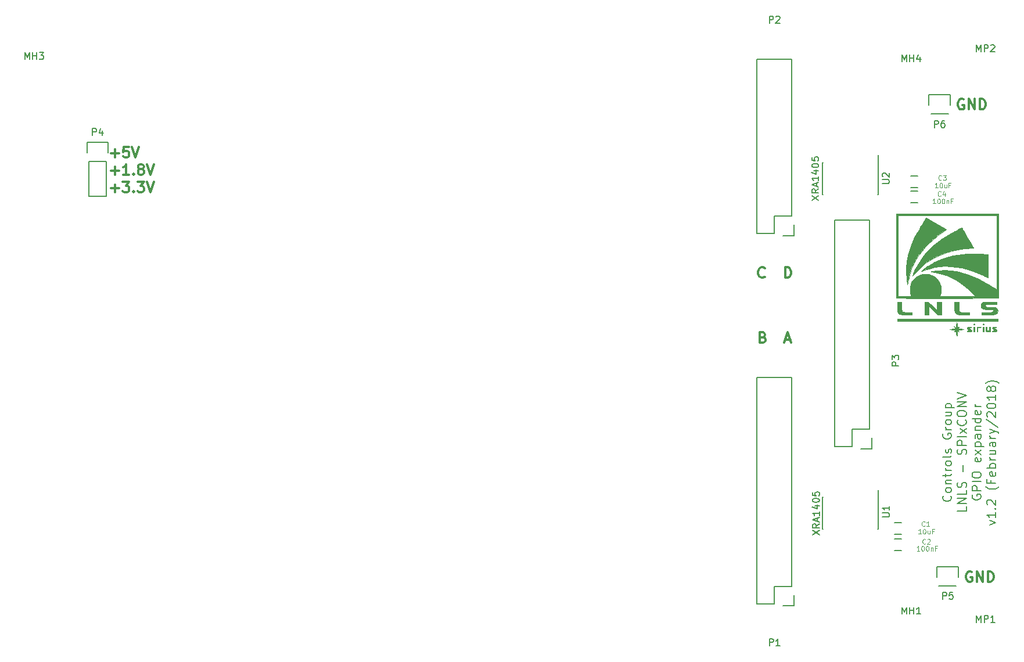
<source format=gto>
G04 #@! TF.FileFunction,Legend,Top*
%FSLAX46Y46*%
G04 Gerber Fmt 4.6, Leading zero omitted, Abs format (unit mm)*
G04 Created by KiCad (PCBNEW 4.0.5+dfsg1-4) date Mon Feb 26 17:29:33 2018*
%MOMM*%
%LPD*%
G01*
G04 APERTURE LIST*
%ADD10C,0.150000*%
%ADD11C,0.304800*%
%ADD12C,0.300000*%
%ADD13C,0.200000*%
%ADD14C,0.010000*%
%ADD15C,0.100000*%
G04 APERTURE END LIST*
D10*
D11*
X174607658Y-42531300D02*
X174462515Y-42458729D01*
X174244801Y-42458729D01*
X174027086Y-42531300D01*
X173881944Y-42676443D01*
X173809372Y-42821586D01*
X173736801Y-43111871D01*
X173736801Y-43329586D01*
X173809372Y-43619871D01*
X173881944Y-43765014D01*
X174027086Y-43910157D01*
X174244801Y-43982729D01*
X174389944Y-43982729D01*
X174607658Y-43910157D01*
X174680229Y-43837586D01*
X174680229Y-43329586D01*
X174389944Y-43329586D01*
X175333372Y-43982729D02*
X175333372Y-42458729D01*
X176204229Y-43982729D01*
X176204229Y-42458729D01*
X176929943Y-43982729D02*
X176929943Y-42458729D01*
X177292800Y-42458729D01*
X177510515Y-42531300D01*
X177655657Y-42676443D01*
X177728229Y-42821586D01*
X177800800Y-43111871D01*
X177800800Y-43329586D01*
X177728229Y-43619871D01*
X177655657Y-43765014D01*
X177510515Y-43910157D01*
X177292800Y-43982729D01*
X176929943Y-43982729D01*
X175788758Y-111416100D02*
X175643615Y-111343529D01*
X175425901Y-111343529D01*
X175208186Y-111416100D01*
X175063044Y-111561243D01*
X174990472Y-111706386D01*
X174917901Y-111996671D01*
X174917901Y-112214386D01*
X174990472Y-112504671D01*
X175063044Y-112649814D01*
X175208186Y-112794957D01*
X175425901Y-112867529D01*
X175571044Y-112867529D01*
X175788758Y-112794957D01*
X175861329Y-112722386D01*
X175861329Y-112214386D01*
X175571044Y-112214386D01*
X176514472Y-112867529D02*
X176514472Y-111343529D01*
X177385329Y-112867529D01*
X177385329Y-111343529D01*
X178111043Y-112867529D02*
X178111043Y-111343529D01*
X178473900Y-111343529D01*
X178691615Y-111416100D01*
X178836757Y-111561243D01*
X178909329Y-111706386D01*
X178981900Y-111996671D01*
X178981900Y-112214386D01*
X178909329Y-112504671D01*
X178836757Y-112649814D01*
X178691615Y-112794957D01*
X178473900Y-112867529D01*
X178111043Y-112867529D01*
X145602671Y-68386686D02*
X145530100Y-68459257D01*
X145312386Y-68531829D01*
X145167243Y-68531829D01*
X144949528Y-68459257D01*
X144804386Y-68314114D01*
X144731814Y-68168971D01*
X144659243Y-67878686D01*
X144659243Y-67660971D01*
X144731814Y-67370686D01*
X144804386Y-67225543D01*
X144949528Y-67080400D01*
X145167243Y-67007829D01*
X145312386Y-67007829D01*
X145530100Y-67080400D01*
X145602671Y-67152971D01*
X148578100Y-68531829D02*
X148578100Y-67007829D01*
X148940957Y-67007829D01*
X149158672Y-67080400D01*
X149303814Y-67225543D01*
X149376386Y-67370686D01*
X149448957Y-67660971D01*
X149448957Y-67878686D01*
X149376386Y-68168971D01*
X149303814Y-68314114D01*
X149158672Y-68459257D01*
X148940957Y-68531829D01*
X148578100Y-68531829D01*
X145348671Y-77207743D02*
X145566385Y-77280314D01*
X145638957Y-77352886D01*
X145711528Y-77498029D01*
X145711528Y-77715743D01*
X145638957Y-77860886D01*
X145566385Y-77933457D01*
X145421243Y-78006029D01*
X144840671Y-78006029D01*
X144840671Y-76482029D01*
X145348671Y-76482029D01*
X145493814Y-76554600D01*
X145566385Y-76627171D01*
X145638957Y-76772314D01*
X145638957Y-76917457D01*
X145566385Y-77062600D01*
X145493814Y-77135171D01*
X145348671Y-77207743D01*
X144840671Y-77207743D01*
X148614386Y-77570600D02*
X149340100Y-77570600D01*
X148469243Y-78006029D02*
X148977243Y-76482029D01*
X149485243Y-78006029D01*
D12*
X50317143Y-50397143D02*
X51460000Y-50397143D01*
X50888571Y-50968571D02*
X50888571Y-49825714D01*
X52888572Y-49468571D02*
X52174286Y-49468571D01*
X52102857Y-50182857D01*
X52174286Y-50111429D01*
X52317143Y-50040000D01*
X52674286Y-50040000D01*
X52817143Y-50111429D01*
X52888572Y-50182857D01*
X52960000Y-50325714D01*
X52960000Y-50682857D01*
X52888572Y-50825714D01*
X52817143Y-50897143D01*
X52674286Y-50968571D01*
X52317143Y-50968571D01*
X52174286Y-50897143D01*
X52102857Y-50825714D01*
X53388571Y-49468571D02*
X53888571Y-50968571D01*
X54388571Y-49468571D01*
X50317143Y-52947143D02*
X51460000Y-52947143D01*
X50888571Y-53518571D02*
X50888571Y-52375714D01*
X52960000Y-53518571D02*
X52102857Y-53518571D01*
X52531429Y-53518571D02*
X52531429Y-52018571D01*
X52388572Y-52232857D01*
X52245714Y-52375714D01*
X52102857Y-52447143D01*
X53602857Y-53375714D02*
X53674285Y-53447143D01*
X53602857Y-53518571D01*
X53531428Y-53447143D01*
X53602857Y-53375714D01*
X53602857Y-53518571D01*
X54531429Y-52661429D02*
X54388571Y-52590000D01*
X54317143Y-52518571D01*
X54245714Y-52375714D01*
X54245714Y-52304286D01*
X54317143Y-52161429D01*
X54388571Y-52090000D01*
X54531429Y-52018571D01*
X54817143Y-52018571D01*
X54960000Y-52090000D01*
X55031429Y-52161429D01*
X55102857Y-52304286D01*
X55102857Y-52375714D01*
X55031429Y-52518571D01*
X54960000Y-52590000D01*
X54817143Y-52661429D01*
X54531429Y-52661429D01*
X54388571Y-52732857D01*
X54317143Y-52804286D01*
X54245714Y-52947143D01*
X54245714Y-53232857D01*
X54317143Y-53375714D01*
X54388571Y-53447143D01*
X54531429Y-53518571D01*
X54817143Y-53518571D01*
X54960000Y-53447143D01*
X55031429Y-53375714D01*
X55102857Y-53232857D01*
X55102857Y-52947143D01*
X55031429Y-52804286D01*
X54960000Y-52732857D01*
X54817143Y-52661429D01*
X55531428Y-52018571D02*
X56031428Y-53518571D01*
X56531428Y-52018571D01*
X50317143Y-55497143D02*
X51460000Y-55497143D01*
X50888571Y-56068571D02*
X50888571Y-54925714D01*
X52031429Y-54568571D02*
X52960000Y-54568571D01*
X52460000Y-55140000D01*
X52674286Y-55140000D01*
X52817143Y-55211429D01*
X52888572Y-55282857D01*
X52960000Y-55425714D01*
X52960000Y-55782857D01*
X52888572Y-55925714D01*
X52817143Y-55997143D01*
X52674286Y-56068571D01*
X52245714Y-56068571D01*
X52102857Y-55997143D01*
X52031429Y-55925714D01*
X53602857Y-55925714D02*
X53674285Y-55997143D01*
X53602857Y-56068571D01*
X53531428Y-55997143D01*
X53602857Y-55925714D01*
X53602857Y-56068571D01*
X54174286Y-54568571D02*
X55102857Y-54568571D01*
X54602857Y-55140000D01*
X54817143Y-55140000D01*
X54960000Y-55211429D01*
X55031429Y-55282857D01*
X55102857Y-55425714D01*
X55102857Y-55782857D01*
X55031429Y-55925714D01*
X54960000Y-55997143D01*
X54817143Y-56068571D01*
X54388571Y-56068571D01*
X54245714Y-55997143D01*
X54174286Y-55925714D01*
X55531428Y-54568571D02*
X56031428Y-56068571D01*
X56531428Y-54568571D01*
D13*
X172703286Y-100305984D02*
X172765190Y-100367889D01*
X172827095Y-100553603D01*
X172827095Y-100677413D01*
X172765190Y-100863127D01*
X172641381Y-100986936D01*
X172517571Y-101048841D01*
X172269952Y-101110746D01*
X172084238Y-101110746D01*
X171836619Y-101048841D01*
X171712810Y-100986936D01*
X171589000Y-100863127D01*
X171527095Y-100677413D01*
X171527095Y-100553603D01*
X171589000Y-100367889D01*
X171650905Y-100305984D01*
X172827095Y-99563127D02*
X172765190Y-99686936D01*
X172703286Y-99748841D01*
X172579476Y-99810746D01*
X172208048Y-99810746D01*
X172084238Y-99748841D01*
X172022333Y-99686936D01*
X171960429Y-99563127D01*
X171960429Y-99377413D01*
X172022333Y-99253603D01*
X172084238Y-99191698D01*
X172208048Y-99129794D01*
X172579476Y-99129794D01*
X172703286Y-99191698D01*
X172765190Y-99253603D01*
X172827095Y-99377413D01*
X172827095Y-99563127D01*
X171960429Y-98572651D02*
X172827095Y-98572651D01*
X172084238Y-98572651D02*
X172022333Y-98510746D01*
X171960429Y-98386937D01*
X171960429Y-98201223D01*
X172022333Y-98077413D01*
X172146143Y-98015508D01*
X172827095Y-98015508D01*
X171960429Y-97582175D02*
X171960429Y-97086937D01*
X171527095Y-97396461D02*
X172641381Y-97396461D01*
X172765190Y-97334556D01*
X172827095Y-97210747D01*
X172827095Y-97086937D01*
X172827095Y-96653604D02*
X171960429Y-96653604D01*
X172208048Y-96653604D02*
X172084238Y-96591699D01*
X172022333Y-96529795D01*
X171960429Y-96405985D01*
X171960429Y-96282176D01*
X172827095Y-95663128D02*
X172765190Y-95786937D01*
X172703286Y-95848842D01*
X172579476Y-95910747D01*
X172208048Y-95910747D01*
X172084238Y-95848842D01*
X172022333Y-95786937D01*
X171960429Y-95663128D01*
X171960429Y-95477414D01*
X172022333Y-95353604D01*
X172084238Y-95291699D01*
X172208048Y-95229795D01*
X172579476Y-95229795D01*
X172703286Y-95291699D01*
X172765190Y-95353604D01*
X172827095Y-95477414D01*
X172827095Y-95663128D01*
X172827095Y-94486938D02*
X172765190Y-94610747D01*
X172641381Y-94672652D01*
X171527095Y-94672652D01*
X172765190Y-94053605D02*
X172827095Y-93929795D01*
X172827095Y-93682176D01*
X172765190Y-93558367D01*
X172641381Y-93496462D01*
X172579476Y-93496462D01*
X172455667Y-93558367D01*
X172393762Y-93682176D01*
X172393762Y-93867891D01*
X172331857Y-93991700D01*
X172208048Y-94053605D01*
X172146143Y-94053605D01*
X172022333Y-93991700D01*
X171960429Y-93867891D01*
X171960429Y-93682176D01*
X172022333Y-93558367D01*
X171589000Y-91267891D02*
X171527095Y-91391700D01*
X171527095Y-91577415D01*
X171589000Y-91763129D01*
X171712810Y-91886938D01*
X171836619Y-91948843D01*
X172084238Y-92010748D01*
X172269952Y-92010748D01*
X172517571Y-91948843D01*
X172641381Y-91886938D01*
X172765190Y-91763129D01*
X172827095Y-91577415D01*
X172827095Y-91453605D01*
X172765190Y-91267891D01*
X172703286Y-91205986D01*
X172269952Y-91205986D01*
X172269952Y-91453605D01*
X172827095Y-90648843D02*
X171960429Y-90648843D01*
X172208048Y-90648843D02*
X172084238Y-90586938D01*
X172022333Y-90525034D01*
X171960429Y-90401224D01*
X171960429Y-90277415D01*
X172827095Y-89658367D02*
X172765190Y-89782176D01*
X172703286Y-89844081D01*
X172579476Y-89905986D01*
X172208048Y-89905986D01*
X172084238Y-89844081D01*
X172022333Y-89782176D01*
X171960429Y-89658367D01*
X171960429Y-89472653D01*
X172022333Y-89348843D01*
X172084238Y-89286938D01*
X172208048Y-89225034D01*
X172579476Y-89225034D01*
X172703286Y-89286938D01*
X172765190Y-89348843D01*
X172827095Y-89472653D01*
X172827095Y-89658367D01*
X171960429Y-88110748D02*
X172827095Y-88110748D01*
X171960429Y-88667891D02*
X172641381Y-88667891D01*
X172765190Y-88605986D01*
X172827095Y-88482177D01*
X172827095Y-88296463D01*
X172765190Y-88172653D01*
X172703286Y-88110748D01*
X171960429Y-87491701D02*
X173260429Y-87491701D01*
X172022333Y-87491701D02*
X171960429Y-87367892D01*
X171960429Y-87120273D01*
X172022333Y-86996463D01*
X172084238Y-86934558D01*
X172208048Y-86872654D01*
X172579476Y-86872654D01*
X172703286Y-86934558D01*
X172765190Y-86996463D01*
X172827095Y-87120273D01*
X172827095Y-87367892D01*
X172765190Y-87491701D01*
X174977095Y-101884558D02*
X174977095Y-102503605D01*
X173677095Y-102503605D01*
X174977095Y-101451224D02*
X173677095Y-101451224D01*
X174977095Y-100708367D01*
X173677095Y-100708367D01*
X174977095Y-99470272D02*
X174977095Y-100089319D01*
X173677095Y-100089319D01*
X174915190Y-99098843D02*
X174977095Y-98913129D01*
X174977095Y-98603605D01*
X174915190Y-98479795D01*
X174853286Y-98417891D01*
X174729476Y-98355986D01*
X174605667Y-98355986D01*
X174481857Y-98417891D01*
X174419952Y-98479795D01*
X174358048Y-98603605D01*
X174296143Y-98851224D01*
X174234238Y-98975033D01*
X174172333Y-99036938D01*
X174048524Y-99098843D01*
X173924714Y-99098843D01*
X173800905Y-99036938D01*
X173739000Y-98975033D01*
X173677095Y-98851224D01*
X173677095Y-98541700D01*
X173739000Y-98355986D01*
X174481857Y-96808367D02*
X174481857Y-95817891D01*
X174915190Y-94270272D02*
X174977095Y-94084558D01*
X174977095Y-93775034D01*
X174915190Y-93651224D01*
X174853286Y-93589320D01*
X174729476Y-93527415D01*
X174605667Y-93527415D01*
X174481857Y-93589320D01*
X174419952Y-93651224D01*
X174358048Y-93775034D01*
X174296143Y-94022653D01*
X174234238Y-94146462D01*
X174172333Y-94208367D01*
X174048524Y-94270272D01*
X173924714Y-94270272D01*
X173800905Y-94208367D01*
X173739000Y-94146462D01*
X173677095Y-94022653D01*
X173677095Y-93713129D01*
X173739000Y-93527415D01*
X174977095Y-92970272D02*
X173677095Y-92970272D01*
X173677095Y-92475034D01*
X173739000Y-92351225D01*
X173800905Y-92289320D01*
X173924714Y-92227415D01*
X174110429Y-92227415D01*
X174234238Y-92289320D01*
X174296143Y-92351225D01*
X174358048Y-92475034D01*
X174358048Y-92970272D01*
X174977095Y-91670272D02*
X173677095Y-91670272D01*
X174977095Y-91175034D02*
X174110429Y-90494081D01*
X174110429Y-91175034D02*
X174977095Y-90494081D01*
X174853286Y-89255986D02*
X174915190Y-89317891D01*
X174977095Y-89503605D01*
X174977095Y-89627415D01*
X174915190Y-89813129D01*
X174791381Y-89936938D01*
X174667571Y-89998843D01*
X174419952Y-90060748D01*
X174234238Y-90060748D01*
X173986619Y-89998843D01*
X173862810Y-89936938D01*
X173739000Y-89813129D01*
X173677095Y-89627415D01*
X173677095Y-89503605D01*
X173739000Y-89317891D01*
X173800905Y-89255986D01*
X173677095Y-88451224D02*
X173677095Y-88203605D01*
X173739000Y-88079796D01*
X173862810Y-87955986D01*
X174110429Y-87894081D01*
X174543762Y-87894081D01*
X174791381Y-87955986D01*
X174915190Y-88079796D01*
X174977095Y-88203605D01*
X174977095Y-88451224D01*
X174915190Y-88575034D01*
X174791381Y-88698843D01*
X174543762Y-88760748D01*
X174110429Y-88760748D01*
X173862810Y-88698843D01*
X173739000Y-88575034D01*
X173677095Y-88451224D01*
X174977095Y-87336938D02*
X173677095Y-87336938D01*
X174977095Y-86594081D01*
X173677095Y-86594081D01*
X173677095Y-86160747D02*
X174977095Y-85727414D01*
X173677095Y-85294081D01*
X175889000Y-100182176D02*
X175827095Y-100305985D01*
X175827095Y-100491700D01*
X175889000Y-100677414D01*
X176012810Y-100801223D01*
X176136619Y-100863128D01*
X176384238Y-100925033D01*
X176569952Y-100925033D01*
X176817571Y-100863128D01*
X176941381Y-100801223D01*
X177065190Y-100677414D01*
X177127095Y-100491700D01*
X177127095Y-100367890D01*
X177065190Y-100182176D01*
X177003286Y-100120271D01*
X176569952Y-100120271D01*
X176569952Y-100367890D01*
X177127095Y-99563128D02*
X175827095Y-99563128D01*
X175827095Y-99067890D01*
X175889000Y-98944081D01*
X175950905Y-98882176D01*
X176074714Y-98820271D01*
X176260429Y-98820271D01*
X176384238Y-98882176D01*
X176446143Y-98944081D01*
X176508048Y-99067890D01*
X176508048Y-99563128D01*
X177127095Y-98263128D02*
X175827095Y-98263128D01*
X175827095Y-97396461D02*
X175827095Y-97148842D01*
X175889000Y-97025033D01*
X176012810Y-96901223D01*
X176260429Y-96839318D01*
X176693762Y-96839318D01*
X176941381Y-96901223D01*
X177065190Y-97025033D01*
X177127095Y-97148842D01*
X177127095Y-97396461D01*
X177065190Y-97520271D01*
X176941381Y-97644080D01*
X176693762Y-97705985D01*
X176260429Y-97705985D01*
X176012810Y-97644080D01*
X175889000Y-97520271D01*
X175827095Y-97396461D01*
X177065190Y-94796461D02*
X177127095Y-94920271D01*
X177127095Y-95167890D01*
X177065190Y-95291699D01*
X176941381Y-95353604D01*
X176446143Y-95353604D01*
X176322333Y-95291699D01*
X176260429Y-95167890D01*
X176260429Y-94920271D01*
X176322333Y-94796461D01*
X176446143Y-94734556D01*
X176569952Y-94734556D01*
X176693762Y-95353604D01*
X177127095Y-94301223D02*
X176260429Y-93620270D01*
X176260429Y-94301223D02*
X177127095Y-93620270D01*
X176260429Y-93125032D02*
X177560429Y-93125032D01*
X176322333Y-93125032D02*
X176260429Y-93001223D01*
X176260429Y-92753604D01*
X176322333Y-92629794D01*
X176384238Y-92567889D01*
X176508048Y-92505985D01*
X176879476Y-92505985D01*
X177003286Y-92567889D01*
X177065190Y-92629794D01*
X177127095Y-92753604D01*
X177127095Y-93001223D01*
X177065190Y-93125032D01*
X177127095Y-91391699D02*
X176446143Y-91391699D01*
X176322333Y-91453604D01*
X176260429Y-91577414D01*
X176260429Y-91825033D01*
X176322333Y-91948842D01*
X177065190Y-91391699D02*
X177127095Y-91515509D01*
X177127095Y-91825033D01*
X177065190Y-91948842D01*
X176941381Y-92010747D01*
X176817571Y-92010747D01*
X176693762Y-91948842D01*
X176631857Y-91825033D01*
X176631857Y-91515509D01*
X176569952Y-91391699D01*
X176260429Y-90772652D02*
X177127095Y-90772652D01*
X176384238Y-90772652D02*
X176322333Y-90710747D01*
X176260429Y-90586938D01*
X176260429Y-90401224D01*
X176322333Y-90277414D01*
X176446143Y-90215509D01*
X177127095Y-90215509D01*
X177127095Y-89039319D02*
X175827095Y-89039319D01*
X177065190Y-89039319D02*
X177127095Y-89163129D01*
X177127095Y-89410748D01*
X177065190Y-89534557D01*
X177003286Y-89596462D01*
X176879476Y-89658367D01*
X176508048Y-89658367D01*
X176384238Y-89596462D01*
X176322333Y-89534557D01*
X176260429Y-89410748D01*
X176260429Y-89163129D01*
X176322333Y-89039319D01*
X177065190Y-87925034D02*
X177127095Y-88048844D01*
X177127095Y-88296463D01*
X177065190Y-88420272D01*
X176941381Y-88482177D01*
X176446143Y-88482177D01*
X176322333Y-88420272D01*
X176260429Y-88296463D01*
X176260429Y-88048844D01*
X176322333Y-87925034D01*
X176446143Y-87863129D01*
X176569952Y-87863129D01*
X176693762Y-88482177D01*
X177127095Y-87305986D02*
X176260429Y-87305986D01*
X176508048Y-87305986D02*
X176384238Y-87244081D01*
X176322333Y-87182177D01*
X176260429Y-87058367D01*
X176260429Y-86934558D01*
X178410429Y-104546461D02*
X179277095Y-104236937D01*
X178410429Y-103927413D01*
X179277095Y-102751223D02*
X179277095Y-103494080D01*
X179277095Y-103122651D02*
X177977095Y-103122651D01*
X178162810Y-103246461D01*
X178286619Y-103370270D01*
X178348524Y-103494080D01*
X179153286Y-102194080D02*
X179215190Y-102132175D01*
X179277095Y-102194080D01*
X179215190Y-102255985D01*
X179153286Y-102194080D01*
X179277095Y-102194080D01*
X178100905Y-101636937D02*
X178039000Y-101575032D01*
X177977095Y-101451223D01*
X177977095Y-101141699D01*
X178039000Y-101017889D01*
X178100905Y-100955985D01*
X178224714Y-100894080D01*
X178348524Y-100894080D01*
X178534238Y-100955985D01*
X179277095Y-101698842D01*
X179277095Y-100894080D01*
X179772333Y-98975033D02*
X179710429Y-99036937D01*
X179524714Y-99160747D01*
X179400905Y-99222652D01*
X179215190Y-99284556D01*
X178905667Y-99346461D01*
X178658048Y-99346461D01*
X178348524Y-99284556D01*
X178162810Y-99222652D01*
X178039000Y-99160747D01*
X177853286Y-99036937D01*
X177791381Y-98975033D01*
X178596143Y-98046461D02*
X178596143Y-98479794D01*
X179277095Y-98479794D02*
X177977095Y-98479794D01*
X177977095Y-97860747D01*
X179215190Y-96870270D02*
X179277095Y-96994080D01*
X179277095Y-97241699D01*
X179215190Y-97365508D01*
X179091381Y-97427413D01*
X178596143Y-97427413D01*
X178472333Y-97365508D01*
X178410429Y-97241699D01*
X178410429Y-96994080D01*
X178472333Y-96870270D01*
X178596143Y-96808365D01*
X178719952Y-96808365D01*
X178843762Y-97427413D01*
X179277095Y-96251222D02*
X177977095Y-96251222D01*
X178472333Y-96251222D02*
X178410429Y-96127413D01*
X178410429Y-95879794D01*
X178472333Y-95755984D01*
X178534238Y-95694079D01*
X178658048Y-95632175D01*
X179029476Y-95632175D01*
X179153286Y-95694079D01*
X179215190Y-95755984D01*
X179277095Y-95879794D01*
X179277095Y-96127413D01*
X179215190Y-96251222D01*
X179277095Y-95075032D02*
X178410429Y-95075032D01*
X178658048Y-95075032D02*
X178534238Y-95013127D01*
X178472333Y-94951223D01*
X178410429Y-94827413D01*
X178410429Y-94703604D01*
X178410429Y-93713127D02*
X179277095Y-93713127D01*
X178410429Y-94270270D02*
X179091381Y-94270270D01*
X179215190Y-94208365D01*
X179277095Y-94084556D01*
X179277095Y-93898842D01*
X179215190Y-93775032D01*
X179153286Y-93713127D01*
X179277095Y-92536937D02*
X178596143Y-92536937D01*
X178472333Y-92598842D01*
X178410429Y-92722652D01*
X178410429Y-92970271D01*
X178472333Y-93094080D01*
X179215190Y-92536937D02*
X179277095Y-92660747D01*
X179277095Y-92970271D01*
X179215190Y-93094080D01*
X179091381Y-93155985D01*
X178967571Y-93155985D01*
X178843762Y-93094080D01*
X178781857Y-92970271D01*
X178781857Y-92660747D01*
X178719952Y-92536937D01*
X179277095Y-91917890D02*
X178410429Y-91917890D01*
X178658048Y-91917890D02*
X178534238Y-91855985D01*
X178472333Y-91794081D01*
X178410429Y-91670271D01*
X178410429Y-91546462D01*
X178410429Y-91236938D02*
X179277095Y-90927414D01*
X178410429Y-90617890D02*
X179277095Y-90927414D01*
X179586619Y-91051223D01*
X179648524Y-91113128D01*
X179710429Y-91236938D01*
X177915190Y-89194081D02*
X179586619Y-90308366D01*
X178100905Y-88822652D02*
X178039000Y-88760747D01*
X177977095Y-88636938D01*
X177977095Y-88327414D01*
X178039000Y-88203604D01*
X178100905Y-88141700D01*
X178224714Y-88079795D01*
X178348524Y-88079795D01*
X178534238Y-88141700D01*
X179277095Y-88884557D01*
X179277095Y-88079795D01*
X177977095Y-87275033D02*
X177977095Y-87151224D01*
X178039000Y-87027414D01*
X178100905Y-86965509D01*
X178224714Y-86903605D01*
X178472333Y-86841700D01*
X178781857Y-86841700D01*
X179029476Y-86903605D01*
X179153286Y-86965509D01*
X179215190Y-87027414D01*
X179277095Y-87151224D01*
X179277095Y-87275033D01*
X179215190Y-87398843D01*
X179153286Y-87460747D01*
X179029476Y-87522652D01*
X178781857Y-87584557D01*
X178472333Y-87584557D01*
X178224714Y-87522652D01*
X178100905Y-87460747D01*
X178039000Y-87398843D01*
X177977095Y-87275033D01*
X179277095Y-85603605D02*
X179277095Y-86346462D01*
X179277095Y-85975033D02*
X177977095Y-85975033D01*
X178162810Y-86098843D01*
X178286619Y-86222652D01*
X178348524Y-86346462D01*
X178534238Y-84860748D02*
X178472333Y-84984557D01*
X178410429Y-85046462D01*
X178286619Y-85108367D01*
X178224714Y-85108367D01*
X178100905Y-85046462D01*
X178039000Y-84984557D01*
X177977095Y-84860748D01*
X177977095Y-84613129D01*
X178039000Y-84489319D01*
X178100905Y-84427415D01*
X178224714Y-84365510D01*
X178286619Y-84365510D01*
X178410429Y-84427415D01*
X178472333Y-84489319D01*
X178534238Y-84613129D01*
X178534238Y-84860748D01*
X178596143Y-84984557D01*
X178658048Y-85046462D01*
X178781857Y-85108367D01*
X179029476Y-85108367D01*
X179153286Y-85046462D01*
X179215190Y-84984557D01*
X179277095Y-84860748D01*
X179277095Y-84613129D01*
X179215190Y-84489319D01*
X179153286Y-84427415D01*
X179029476Y-84365510D01*
X178781857Y-84365510D01*
X178658048Y-84427415D01*
X178596143Y-84489319D01*
X178534238Y-84613129D01*
X179772333Y-83932177D02*
X179710429Y-83870272D01*
X179524714Y-83746462D01*
X179400905Y-83684558D01*
X179215190Y-83622653D01*
X178905667Y-83560748D01*
X178658048Y-83560748D01*
X178348524Y-83622653D01*
X178162810Y-83684558D01*
X178039000Y-83746462D01*
X177853286Y-83870272D01*
X177791381Y-83932177D01*
D10*
X162090000Y-56362500D02*
X162065000Y-56362500D01*
X154040000Y-56362500D02*
X154065000Y-56362500D01*
X154040000Y-51712500D02*
X154065000Y-51712500D01*
X162140000Y-50637500D02*
X162140000Y-56362500D01*
X154040000Y-51712500D02*
X154040000Y-56362500D01*
X47090000Y-51560000D02*
X47090000Y-56640000D01*
X47090000Y-56640000D02*
X49630000Y-56640000D01*
X49630000Y-56640000D02*
X49630000Y-51560000D01*
X49910000Y-48740000D02*
X49910000Y-50290000D01*
X49630000Y-51560000D02*
X47090000Y-51560000D01*
X46810000Y-50290000D02*
X46810000Y-48740000D01*
X46810000Y-48740000D02*
X49910000Y-48740000D01*
X172632500Y-41819500D02*
X172632500Y-43369500D01*
X169532500Y-43369500D02*
X169532500Y-41819500D01*
X169532500Y-41819500D02*
X172632500Y-41819500D01*
X169812500Y-44639500D02*
X172352500Y-44639500D01*
X173800900Y-110653500D02*
X173800900Y-112203500D01*
X170700900Y-112203500D02*
X170700900Y-110653500D01*
X170700900Y-110653500D02*
X173800900Y-110653500D01*
X170980900Y-113473500D02*
X173520900Y-113473500D01*
D14*
G36*
X173607987Y-75064295D02*
X173613637Y-75084988D01*
X173631560Y-75175707D01*
X173651697Y-75314623D01*
X173669756Y-75472052D01*
X173670123Y-75475757D01*
X173686364Y-75619652D01*
X173702904Y-75732588D01*
X173716437Y-75792375D01*
X173717641Y-75794823D01*
X173755217Y-75793459D01*
X173821503Y-75747341D01*
X173830284Y-75739310D01*
X173910871Y-75680916D01*
X173949832Y-75682780D01*
X173937449Y-75733814D01*
X173884931Y-75801653D01*
X173830263Y-75873099D01*
X173816179Y-75920578D01*
X173818406Y-75924001D01*
X173865747Y-75937956D01*
X173972877Y-75955252D01*
X174121661Y-75973242D01*
X174225612Y-75983468D01*
X174433572Y-76003213D01*
X174566716Y-76018946D01*
X174628186Y-76032152D01*
X174621127Y-76044310D01*
X174548681Y-76056905D01*
X174413992Y-76071417D01*
X174412469Y-76071565D01*
X174238803Y-76088939D01*
X174064710Y-76107264D01*
X173949960Y-76120049D01*
X173760989Y-76142064D01*
X173868957Y-76254759D01*
X173935937Y-76340592D01*
X173948754Y-76390323D01*
X173913427Y-76393112D01*
X173835972Y-76338121D01*
X173827181Y-76330005D01*
X173774280Y-76284408D01*
X173738111Y-76272349D01*
X173713776Y-76303653D01*
X173696377Y-76388145D01*
X173681017Y-76535649D01*
X173672173Y-76640955D01*
X173650680Y-76826487D01*
X173622805Y-76942232D01*
X173589591Y-76985325D01*
X173556119Y-76959830D01*
X173541541Y-76903902D01*
X173525198Y-76791641D01*
X173510097Y-76644722D01*
X173506839Y-76604732D01*
X173490931Y-76435715D01*
X173472252Y-76336462D01*
X173446552Y-76298598D01*
X173409580Y-76313748D01*
X173376931Y-76348730D01*
X173320521Y-76397854D01*
X173293992Y-76407346D01*
X173260607Y-76381723D01*
X173272349Y-76320316D01*
X173323058Y-76246312D01*
X173341585Y-76228123D01*
X173423469Y-76154018D01*
X173331815Y-76128269D01*
X173237994Y-76111647D01*
X173106562Y-76099341D01*
X173044777Y-76096373D01*
X172889888Y-76086025D01*
X172736565Y-76067483D01*
X172693085Y-76060015D01*
X172616055Y-76043968D01*
X172592154Y-76032648D01*
X172628442Y-76022581D01*
X172731976Y-76010292D01*
X172810315Y-76002315D01*
X172979589Y-75984685D01*
X173145207Y-75966432D01*
X173254317Y-75953572D01*
X173424781Y-75932318D01*
X173315782Y-75818547D01*
X173249084Y-75733219D01*
X173234827Y-75682392D01*
X173267681Y-75677283D01*
X173342316Y-75729111D01*
X173353424Y-75739310D01*
X173421296Y-75790002D01*
X173463225Y-75797460D01*
X173465372Y-75794823D01*
X173478684Y-75741717D01*
X173495220Y-75634765D01*
X173510141Y-75508576D01*
X173528116Y-75350464D01*
X173547664Y-75202371D01*
X173560910Y-75117807D01*
X173578107Y-75030392D01*
X173590821Y-75014409D01*
X173607987Y-75064295D01*
X173607987Y-75064295D01*
G37*
X173607987Y-75064295D02*
X173613637Y-75084988D01*
X173631560Y-75175707D01*
X173651697Y-75314623D01*
X173669756Y-75472052D01*
X173670123Y-75475757D01*
X173686364Y-75619652D01*
X173702904Y-75732588D01*
X173716437Y-75792375D01*
X173717641Y-75794823D01*
X173755217Y-75793459D01*
X173821503Y-75747341D01*
X173830284Y-75739310D01*
X173910871Y-75680916D01*
X173949832Y-75682780D01*
X173937449Y-75733814D01*
X173884931Y-75801653D01*
X173830263Y-75873099D01*
X173816179Y-75920578D01*
X173818406Y-75924001D01*
X173865747Y-75937956D01*
X173972877Y-75955252D01*
X174121661Y-75973242D01*
X174225612Y-75983468D01*
X174433572Y-76003213D01*
X174566716Y-76018946D01*
X174628186Y-76032152D01*
X174621127Y-76044310D01*
X174548681Y-76056905D01*
X174413992Y-76071417D01*
X174412469Y-76071565D01*
X174238803Y-76088939D01*
X174064710Y-76107264D01*
X173949960Y-76120049D01*
X173760989Y-76142064D01*
X173868957Y-76254759D01*
X173935937Y-76340592D01*
X173948754Y-76390323D01*
X173913427Y-76393112D01*
X173835972Y-76338121D01*
X173827181Y-76330005D01*
X173774280Y-76284408D01*
X173738111Y-76272349D01*
X173713776Y-76303653D01*
X173696377Y-76388145D01*
X173681017Y-76535649D01*
X173672173Y-76640955D01*
X173650680Y-76826487D01*
X173622805Y-76942232D01*
X173589591Y-76985325D01*
X173556119Y-76959830D01*
X173541541Y-76903902D01*
X173525198Y-76791641D01*
X173510097Y-76644722D01*
X173506839Y-76604732D01*
X173490931Y-76435715D01*
X173472252Y-76336462D01*
X173446552Y-76298598D01*
X173409580Y-76313748D01*
X173376931Y-76348730D01*
X173320521Y-76397854D01*
X173293992Y-76407346D01*
X173260607Y-76381723D01*
X173272349Y-76320316D01*
X173323058Y-76246312D01*
X173341585Y-76228123D01*
X173423469Y-76154018D01*
X173331815Y-76128269D01*
X173237994Y-76111647D01*
X173106562Y-76099341D01*
X173044777Y-76096373D01*
X172889888Y-76086025D01*
X172736565Y-76067483D01*
X172693085Y-76060015D01*
X172616055Y-76043968D01*
X172592154Y-76032648D01*
X172628442Y-76022581D01*
X172731976Y-76010292D01*
X172810315Y-76002315D01*
X172979589Y-75984685D01*
X173145207Y-75966432D01*
X173254317Y-75953572D01*
X173424781Y-75932318D01*
X173315782Y-75818547D01*
X173249084Y-75733219D01*
X173234827Y-75682392D01*
X173267681Y-75677283D01*
X173342316Y-75729111D01*
X173353424Y-75739310D01*
X173421296Y-75790002D01*
X173463225Y-75797460D01*
X173465372Y-75794823D01*
X173478684Y-75741717D01*
X173495220Y-75634765D01*
X173510141Y-75508576D01*
X173528116Y-75350464D01*
X173547664Y-75202371D01*
X173560910Y-75117807D01*
X173578107Y-75030392D01*
X173590821Y-75014409D01*
X173607987Y-75064295D01*
G36*
X175571169Y-75667474D02*
X175645475Y-75678948D01*
X175676710Y-75704864D01*
X175682469Y-75743038D01*
X175673526Y-75787436D01*
X175634571Y-75811041D01*
X175547414Y-75820198D01*
X175457777Y-75821405D01*
X175233085Y-75821619D01*
X175496854Y-75979878D01*
X175640233Y-76072037D01*
X175723513Y-76142901D01*
X175757977Y-76202993D01*
X175760623Y-76225849D01*
X175746015Y-76311841D01*
X175693965Y-76366764D01*
X175592136Y-76396525D01*
X175428191Y-76407031D01*
X175381577Y-76407346D01*
X175234145Y-76405401D01*
X175148434Y-76396573D01*
X175108046Y-76376369D01*
X175096584Y-76340297D01*
X175096315Y-76329192D01*
X175104582Y-76286212D01*
X175141087Y-76262539D01*
X175223392Y-76252516D01*
X175340546Y-76250507D01*
X175584777Y-76249977D01*
X175340546Y-76105215D01*
X175208378Y-76021651D01*
X175133066Y-75957532D01*
X175100784Y-75898952D01*
X175096315Y-75859560D01*
X175111843Y-75763087D01*
X175166811Y-75703288D01*
X175273801Y-75672960D01*
X175436285Y-75664884D01*
X175571169Y-75667474D01*
X175571169Y-75667474D01*
G37*
X175571169Y-75667474D02*
X175645475Y-75678948D01*
X175676710Y-75704864D01*
X175682469Y-75743038D01*
X175673526Y-75787436D01*
X175634571Y-75811041D01*
X175547414Y-75820198D01*
X175457777Y-75821405D01*
X175233085Y-75821619D01*
X175496854Y-75979878D01*
X175640233Y-76072037D01*
X175723513Y-76142901D01*
X175757977Y-76202993D01*
X175760623Y-76225849D01*
X175746015Y-76311841D01*
X175693965Y-76366764D01*
X175592136Y-76396525D01*
X175428191Y-76407031D01*
X175381577Y-76407346D01*
X175234145Y-76405401D01*
X175148434Y-76396573D01*
X175108046Y-76376369D01*
X175096584Y-76340297D01*
X175096315Y-76329192D01*
X175104582Y-76286212D01*
X175141087Y-76262539D01*
X175223392Y-76252516D01*
X175340546Y-76250507D01*
X175584777Y-76249977D01*
X175340546Y-76105215D01*
X175208378Y-76021651D01*
X175133066Y-75957532D01*
X175100784Y-75898952D01*
X175096315Y-75859560D01*
X175111843Y-75763087D01*
X175166811Y-75703288D01*
X175273801Y-75672960D01*
X175436285Y-75664884D01*
X175571169Y-75667474D01*
G36*
X176177111Y-75667462D02*
X176205654Y-75684955D01*
X176221335Y-75732004D01*
X176228007Y-75823246D01*
X176229521Y-75973321D01*
X176229546Y-76036115D01*
X176228868Y-76208093D01*
X176224264Y-76316556D01*
X176211883Y-76376144D01*
X176187872Y-76401496D01*
X176148378Y-76407252D01*
X176131854Y-76407346D01*
X176086596Y-76404768D01*
X176058053Y-76387274D01*
X176042372Y-76340226D01*
X176035701Y-76248984D01*
X176034186Y-76098909D01*
X176034161Y-76036115D01*
X176034840Y-75864137D01*
X176039443Y-75755674D01*
X176051824Y-75696086D01*
X176075836Y-75670733D01*
X176115329Y-75664978D01*
X176131854Y-75664884D01*
X176177111Y-75667462D01*
X176177111Y-75667462D01*
G37*
X176177111Y-75667462D02*
X176205654Y-75684955D01*
X176221335Y-75732004D01*
X176228007Y-75823246D01*
X176229521Y-75973321D01*
X176229546Y-76036115D01*
X176228868Y-76208093D01*
X176224264Y-76316556D01*
X176211883Y-76376144D01*
X176187872Y-76401496D01*
X176148378Y-76407252D01*
X176131854Y-76407346D01*
X176086596Y-76404768D01*
X176058053Y-76387274D01*
X176042372Y-76340226D01*
X176035701Y-76248984D01*
X176034186Y-76098909D01*
X176034161Y-76036115D01*
X176034840Y-75864137D01*
X176039443Y-75755674D01*
X176051824Y-75696086D01*
X176075836Y-75670733D01*
X176115329Y-75664978D01*
X176131854Y-75664884D01*
X176177111Y-75667462D01*
G36*
X176977938Y-75667474D02*
X177052245Y-75678948D01*
X177083479Y-75704864D01*
X177089238Y-75743038D01*
X177079910Y-75788203D01*
X177039576Y-75811731D01*
X176949716Y-75820358D01*
X176874315Y-75821192D01*
X176659392Y-75821192D01*
X176659392Y-76114269D01*
X176657546Y-76264115D01*
X176649129Y-76352036D01*
X176629822Y-76394228D01*
X176595307Y-76406886D01*
X176581238Y-76407346D01*
X176542871Y-76401032D01*
X176519607Y-76371788D01*
X176507723Y-76304160D01*
X176503496Y-76182696D01*
X176503085Y-76083007D01*
X176508983Y-75901862D01*
X176525600Y-75773426D01*
X176549977Y-75711776D01*
X176613503Y-75686208D01*
X176730400Y-75669391D01*
X176843054Y-75664884D01*
X176977938Y-75667474D01*
X176977938Y-75667474D01*
G37*
X176977938Y-75667474D02*
X177052245Y-75678948D01*
X177083479Y-75704864D01*
X177089238Y-75743038D01*
X177079910Y-75788203D01*
X177039576Y-75811731D01*
X176949716Y-75820358D01*
X176874315Y-75821192D01*
X176659392Y-75821192D01*
X176659392Y-76114269D01*
X176657546Y-76264115D01*
X176649129Y-76352036D01*
X176629822Y-76394228D01*
X176595307Y-76406886D01*
X176581238Y-76407346D01*
X176542871Y-76401032D01*
X176519607Y-76371788D01*
X176507723Y-76304160D01*
X176503496Y-76182696D01*
X176503085Y-76083007D01*
X176508983Y-75901862D01*
X176525600Y-75773426D01*
X176549977Y-75711776D01*
X176613503Y-75686208D01*
X176730400Y-75669391D01*
X176843054Y-75664884D01*
X176977938Y-75667474D01*
G36*
X177505726Y-75667462D02*
X177534269Y-75684955D01*
X177549951Y-75732004D01*
X177556622Y-75823246D01*
X177558137Y-75973321D01*
X177558161Y-76036115D01*
X177557483Y-76208093D01*
X177552879Y-76316556D01*
X177540498Y-76376144D01*
X177516487Y-76401496D01*
X177476994Y-76407252D01*
X177460469Y-76407346D01*
X177415212Y-76404768D01*
X177386669Y-76387274D01*
X177370988Y-76340226D01*
X177364316Y-76248984D01*
X177362802Y-76098909D01*
X177362777Y-76036115D01*
X177363455Y-75864137D01*
X177368059Y-75755674D01*
X177380440Y-75696086D01*
X177404451Y-75670733D01*
X177443944Y-75664978D01*
X177460469Y-75664884D01*
X177505726Y-75667462D01*
X177505726Y-75667462D01*
G37*
X177505726Y-75667462D02*
X177534269Y-75684955D01*
X177549951Y-75732004D01*
X177556622Y-75823246D01*
X177558137Y-75973321D01*
X177558161Y-76036115D01*
X177557483Y-76208093D01*
X177552879Y-76316556D01*
X177540498Y-76376144D01*
X177516487Y-76401496D01*
X177476994Y-76407252D01*
X177460469Y-76407346D01*
X177415212Y-76404768D01*
X177386669Y-76387274D01*
X177370988Y-76340226D01*
X177364316Y-76248984D01*
X177362802Y-76098909D01*
X177362777Y-76036115D01*
X177363455Y-75864137D01*
X177368059Y-75755674D01*
X177380440Y-75696086D01*
X177404451Y-75670733D01*
X177443944Y-75664978D01*
X177460469Y-75664884D01*
X177505726Y-75667462D01*
G36*
X178456221Y-75671198D02*
X178479485Y-75700442D01*
X178491369Y-75768070D01*
X178495596Y-75889533D01*
X178496008Y-75989223D01*
X178490109Y-76170368D01*
X178473492Y-76298804D01*
X178449115Y-76360453D01*
X178390023Y-76382601D01*
X178280220Y-76398359D01*
X178145808Y-76406808D01*
X178012889Y-76407026D01*
X177907563Y-76398096D01*
X177857751Y-76381294D01*
X177846092Y-76332906D01*
X177837129Y-76225789D01*
X177832223Y-76079356D01*
X177831700Y-76010064D01*
X177833052Y-75844817D01*
X177839376Y-75742702D01*
X177854067Y-75688711D01*
X177880524Y-75667836D01*
X177909854Y-75664884D01*
X177949813Y-75671806D01*
X177973258Y-75703370D01*
X177984510Y-75775771D01*
X177987885Y-75905205D01*
X177988008Y-75957961D01*
X177988008Y-76251038D01*
X178339700Y-76251038D01*
X178339700Y-75957961D01*
X178341546Y-75808114D01*
X178349963Y-75720193D01*
X178369270Y-75678002D01*
X178403786Y-75665344D01*
X178417854Y-75664884D01*
X178456221Y-75671198D01*
X178456221Y-75671198D01*
G37*
X178456221Y-75671198D02*
X178479485Y-75700442D01*
X178491369Y-75768070D01*
X178495596Y-75889533D01*
X178496008Y-75989223D01*
X178490109Y-76170368D01*
X178473492Y-76298804D01*
X178449115Y-76360453D01*
X178390023Y-76382601D01*
X178280220Y-76398359D01*
X178145808Y-76406808D01*
X178012889Y-76407026D01*
X177907563Y-76398096D01*
X177857751Y-76381294D01*
X177846092Y-76332906D01*
X177837129Y-76225789D01*
X177832223Y-76079356D01*
X177831700Y-76010064D01*
X177833052Y-75844817D01*
X177839376Y-75742702D01*
X177854067Y-75688711D01*
X177880524Y-75667836D01*
X177909854Y-75664884D01*
X177949813Y-75671806D01*
X177973258Y-75703370D01*
X177984510Y-75775771D01*
X177987885Y-75905205D01*
X177988008Y-75957961D01*
X177988008Y-76251038D01*
X178339700Y-76251038D01*
X178339700Y-75957961D01*
X178341546Y-75808114D01*
X178349963Y-75720193D01*
X178369270Y-75678002D01*
X178403786Y-75665344D01*
X178417854Y-75664884D01*
X178456221Y-75671198D01*
G36*
X179244400Y-75667474D02*
X179318706Y-75678948D01*
X179349940Y-75704864D01*
X179355700Y-75743038D01*
X179346757Y-75787436D01*
X179307802Y-75811041D01*
X179220645Y-75820198D01*
X179131008Y-75821405D01*
X178906315Y-75821619D01*
X179170085Y-75979878D01*
X179313464Y-76072037D01*
X179396744Y-76142901D01*
X179431208Y-76202993D01*
X179433854Y-76225849D01*
X179419245Y-76311841D01*
X179367195Y-76366764D01*
X179265367Y-76396525D01*
X179101422Y-76407031D01*
X179054808Y-76407346D01*
X178907376Y-76405401D01*
X178821664Y-76396573D01*
X178781276Y-76376369D01*
X178769815Y-76340297D01*
X178769546Y-76329192D01*
X178777812Y-76286212D01*
X178814318Y-76262539D01*
X178896623Y-76252516D01*
X179013777Y-76250507D01*
X179258008Y-76249977D01*
X179013777Y-76105215D01*
X178881609Y-76021651D01*
X178806297Y-75957532D01*
X178774015Y-75898952D01*
X178769546Y-75859560D01*
X178785073Y-75763087D01*
X178840042Y-75703288D01*
X178947032Y-75672960D01*
X179109515Y-75664884D01*
X179244400Y-75667474D01*
X179244400Y-75667474D01*
G37*
X179244400Y-75667474D02*
X179318706Y-75678948D01*
X179349940Y-75704864D01*
X179355700Y-75743038D01*
X179346757Y-75787436D01*
X179307802Y-75811041D01*
X179220645Y-75820198D01*
X179131008Y-75821405D01*
X178906315Y-75821619D01*
X179170085Y-75979878D01*
X179313464Y-76072037D01*
X179396744Y-76142901D01*
X179431208Y-76202993D01*
X179433854Y-76225849D01*
X179419245Y-76311841D01*
X179367195Y-76366764D01*
X179265367Y-76396525D01*
X179101422Y-76407031D01*
X179054808Y-76407346D01*
X178907376Y-76405401D01*
X178821664Y-76396573D01*
X178781276Y-76376369D01*
X178769815Y-76340297D01*
X178769546Y-76329192D01*
X178777812Y-76286212D01*
X178814318Y-76262539D01*
X178896623Y-76252516D01*
X179013777Y-76250507D01*
X179258008Y-76249977D01*
X179013777Y-76105215D01*
X178881609Y-76021651D01*
X178806297Y-75957532D01*
X178774015Y-75898952D01*
X178769546Y-75859560D01*
X178785073Y-75763087D01*
X178840042Y-75703288D01*
X178947032Y-75672960D01*
X179109515Y-75664884D01*
X179244400Y-75667474D01*
G36*
X173220623Y-75606269D02*
X173201085Y-75625807D01*
X173181546Y-75606269D01*
X173201085Y-75586730D01*
X173220623Y-75606269D01*
X173220623Y-75606269D01*
G37*
X173220623Y-75606269D02*
X173201085Y-75625807D01*
X173181546Y-75606269D01*
X173201085Y-75586730D01*
X173220623Y-75606269D01*
G36*
X176208460Y-75253355D02*
X176229546Y-75313192D01*
X176206650Y-75374477D01*
X176131854Y-75391346D01*
X176055247Y-75373029D01*
X176034161Y-75313192D01*
X176057058Y-75251906D01*
X176131854Y-75235038D01*
X176208460Y-75253355D01*
X176208460Y-75253355D01*
G37*
X176208460Y-75253355D02*
X176229546Y-75313192D01*
X176206650Y-75374477D01*
X176131854Y-75391346D01*
X176055247Y-75373029D01*
X176034161Y-75313192D01*
X176057058Y-75251906D01*
X176131854Y-75235038D01*
X176208460Y-75253355D01*
G36*
X177537076Y-75253355D02*
X177558161Y-75313192D01*
X177535265Y-75374477D01*
X177460469Y-75391346D01*
X177383862Y-75373029D01*
X177362777Y-75313192D01*
X177385673Y-75251906D01*
X177460469Y-75235038D01*
X177537076Y-75253355D01*
X177537076Y-75253355D01*
G37*
X177537076Y-75253355D02*
X177558161Y-75313192D01*
X177535265Y-75374477D01*
X177460469Y-75391346D01*
X177383862Y-75373029D01*
X177362777Y-75313192D01*
X177385673Y-75251906D01*
X177460469Y-75235038D01*
X177537076Y-75253355D01*
G36*
X179551085Y-74844269D02*
X164897238Y-74844269D01*
X164897238Y-74531653D01*
X179551085Y-74531653D01*
X179551085Y-74844269D01*
X179551085Y-74844269D01*
G37*
X179551085Y-74844269D02*
X164897238Y-74844269D01*
X164897238Y-74531653D01*
X179551085Y-74531653D01*
X179551085Y-74844269D01*
G36*
X165561546Y-72696814D02*
X165561275Y-72976733D01*
X165566848Y-73188166D01*
X165587844Y-73340693D01*
X165633842Y-73443894D01*
X165714423Y-73507348D01*
X165839165Y-73540635D01*
X166017648Y-73553333D01*
X166259452Y-73555023D01*
X166419462Y-73554730D01*
X167085546Y-73554730D01*
X167085546Y-73906423D01*
X166253672Y-73906423D01*
X165975805Y-73905982D01*
X165764090Y-73903961D01*
X165606530Y-73899311D01*
X165491124Y-73890983D01*
X165405874Y-73877930D01*
X165338781Y-73859102D01*
X165277845Y-73833452D01*
X165247441Y-73818500D01*
X165098219Y-73716541D01*
X164993768Y-73572870D01*
X164985161Y-73556220D01*
X164952927Y-73486745D01*
X164929666Y-73416552D01*
X164913930Y-73331654D01*
X164904274Y-73218070D01*
X164899251Y-73061815D01*
X164897415Y-72848905D01*
X164897238Y-72706296D01*
X164897238Y-72030730D01*
X165561546Y-72030730D01*
X165561546Y-72696814D01*
X165561546Y-72696814D01*
G37*
X165561546Y-72696814D02*
X165561275Y-72976733D01*
X165566848Y-73188166D01*
X165587844Y-73340693D01*
X165633842Y-73443894D01*
X165714423Y-73507348D01*
X165839165Y-73540635D01*
X166017648Y-73553333D01*
X166259452Y-73555023D01*
X166419462Y-73554730D01*
X167085546Y-73554730D01*
X167085546Y-73906423D01*
X166253672Y-73906423D01*
X165975805Y-73905982D01*
X165764090Y-73903961D01*
X165606530Y-73899311D01*
X165491124Y-73890983D01*
X165405874Y-73877930D01*
X165338781Y-73859102D01*
X165277845Y-73833452D01*
X165247441Y-73818500D01*
X165098219Y-73716541D01*
X164993768Y-73572870D01*
X164985161Y-73556220D01*
X164952927Y-73486745D01*
X164929666Y-73416552D01*
X164913930Y-73331654D01*
X164904274Y-73218070D01*
X164899251Y-73061815D01*
X164897415Y-72848905D01*
X164897238Y-72706296D01*
X164897238Y-72030730D01*
X165561546Y-72030730D01*
X165561546Y-72696814D01*
G36*
X171344931Y-73906423D02*
X170779178Y-73906423D01*
X170143747Y-73271867D01*
X169508315Y-72637311D01*
X169508315Y-73906423D01*
X168883085Y-73906423D01*
X168883085Y-72030730D01*
X169146854Y-72031616D01*
X169410623Y-72032503D01*
X170680623Y-73249327D01*
X170680623Y-72030730D01*
X171344931Y-72030730D01*
X171344931Y-73906423D01*
X171344931Y-73906423D01*
G37*
X171344931Y-73906423D02*
X170779178Y-73906423D01*
X170143747Y-73271867D01*
X169508315Y-72637311D01*
X169508315Y-73906423D01*
X168883085Y-73906423D01*
X168883085Y-72030730D01*
X169146854Y-72031616D01*
X169410623Y-72032503D01*
X170680623Y-73249327D01*
X170680623Y-72030730D01*
X171344931Y-72030730D01*
X171344931Y-73906423D01*
G36*
X173924008Y-72696814D02*
X173924367Y-72939649D01*
X173926498Y-73116873D01*
X173931979Y-73241031D01*
X173942389Y-73324667D01*
X173959307Y-73380323D01*
X173984312Y-73420544D01*
X174018984Y-73457874D01*
X174019924Y-73458814D01*
X174057336Y-73493731D01*
X174097346Y-73518944D01*
X174152498Y-73536034D01*
X174235335Y-73546578D01*
X174358402Y-73552156D01*
X174534241Y-73554347D01*
X174775396Y-73554730D01*
X175448008Y-73554730D01*
X175448008Y-73906423D01*
X174616134Y-73906423D01*
X174338266Y-73905982D01*
X174126552Y-73903961D01*
X173968991Y-73899311D01*
X173853586Y-73890983D01*
X173768336Y-73877930D01*
X173701242Y-73859102D01*
X173640307Y-73833452D01*
X173609903Y-73818500D01*
X173460681Y-73716541D01*
X173356229Y-73572870D01*
X173347623Y-73556220D01*
X173315389Y-73486745D01*
X173292127Y-73416552D01*
X173276392Y-73331654D01*
X173266736Y-73218070D01*
X173261713Y-73061815D01*
X173259876Y-72848905D01*
X173259700Y-72706296D01*
X173259700Y-72030730D01*
X173924008Y-72030730D01*
X173924008Y-72696814D01*
X173924008Y-72696814D01*
G37*
X173924008Y-72696814D02*
X173924367Y-72939649D01*
X173926498Y-73116873D01*
X173931979Y-73241031D01*
X173942389Y-73324667D01*
X173959307Y-73380323D01*
X173984312Y-73420544D01*
X174018984Y-73457874D01*
X174019924Y-73458814D01*
X174057336Y-73493731D01*
X174097346Y-73518944D01*
X174152498Y-73536034D01*
X174235335Y-73546578D01*
X174358402Y-73552156D01*
X174534241Y-73554347D01*
X174775396Y-73554730D01*
X175448008Y-73554730D01*
X175448008Y-73906423D01*
X174616134Y-73906423D01*
X174338266Y-73905982D01*
X174126552Y-73903961D01*
X173968991Y-73899311D01*
X173853586Y-73890983D01*
X173768336Y-73877930D01*
X173701242Y-73859102D01*
X173640307Y-73833452D01*
X173609903Y-73818500D01*
X173460681Y-73716541D01*
X173356229Y-73572870D01*
X173347623Y-73556220D01*
X173315389Y-73486745D01*
X173292127Y-73416552D01*
X173276392Y-73331654D01*
X173266736Y-73218070D01*
X173261713Y-73061815D01*
X173259876Y-72848905D01*
X173259700Y-72706296D01*
X173259700Y-72030730D01*
X173924008Y-72030730D01*
X173924008Y-72696814D01*
G36*
X179394777Y-72382423D02*
X177833502Y-72382423D01*
X177771208Y-72477494D01*
X177736142Y-72588862D01*
X177773025Y-72690232D01*
X177875787Y-72767041D01*
X177895235Y-72775062D01*
X177967885Y-72788172D01*
X178102143Y-72799278D01*
X178281470Y-72807486D01*
X178489329Y-72811903D01*
X178586475Y-72812415D01*
X178820038Y-72813518D01*
X178989830Y-72817741D01*
X179110217Y-72826654D01*
X179195564Y-72841829D01*
X179260240Y-72864835D01*
X179309205Y-72891424D01*
X179441580Y-73014542D01*
X179522249Y-73178498D01*
X179546822Y-73361928D01*
X179510908Y-73543467D01*
X179462382Y-73636875D01*
X179405285Y-73715931D01*
X179345362Y-73777854D01*
X179272669Y-73824724D01*
X179177261Y-73858621D01*
X179049193Y-73881622D01*
X178878523Y-73895809D01*
X178655304Y-73903260D01*
X178369593Y-73906055D01*
X178173623Y-73906362D01*
X177245546Y-73906423D01*
X177245546Y-73554730D01*
X178001490Y-73554730D01*
X178265221Y-73554121D01*
X178461886Y-73551650D01*
X178602566Y-73546352D01*
X178698343Y-73537262D01*
X178760299Y-73523415D01*
X178799516Y-73503847D01*
X178822105Y-73483269D01*
X178880208Y-73373333D01*
X178867801Y-73264454D01*
X178799928Y-73185715D01*
X178750430Y-73161608D01*
X178673762Y-73144515D01*
X178557911Y-73133401D01*
X178390861Y-73127228D01*
X178160599Y-73124962D01*
X178094603Y-73124884D01*
X177822727Y-73122482D01*
X177616723Y-73113120D01*
X177464399Y-73093569D01*
X177353562Y-73060597D01*
X177272018Y-73010973D01*
X177207576Y-72941466D01*
X177165810Y-72878756D01*
X177104407Y-72713772D01*
X177092804Y-72524759D01*
X177131166Y-72346276D01*
X177162925Y-72281603D01*
X177212571Y-72208656D01*
X177268641Y-72151315D01*
X177340681Y-72107721D01*
X177438240Y-72076018D01*
X177570866Y-72054350D01*
X177748106Y-72040860D01*
X177979508Y-72033692D01*
X178274621Y-72030988D01*
X178453067Y-72030730D01*
X179394777Y-72030730D01*
X179394777Y-72382423D01*
X179394777Y-72382423D01*
G37*
X179394777Y-72382423D02*
X177833502Y-72382423D01*
X177771208Y-72477494D01*
X177736142Y-72588862D01*
X177773025Y-72690232D01*
X177875787Y-72767041D01*
X177895235Y-72775062D01*
X177967885Y-72788172D01*
X178102143Y-72799278D01*
X178281470Y-72807486D01*
X178489329Y-72811903D01*
X178586475Y-72812415D01*
X178820038Y-72813518D01*
X178989830Y-72817741D01*
X179110217Y-72826654D01*
X179195564Y-72841829D01*
X179260240Y-72864835D01*
X179309205Y-72891424D01*
X179441580Y-73014542D01*
X179522249Y-73178498D01*
X179546822Y-73361928D01*
X179510908Y-73543467D01*
X179462382Y-73636875D01*
X179405285Y-73715931D01*
X179345362Y-73777854D01*
X179272669Y-73824724D01*
X179177261Y-73858621D01*
X179049193Y-73881622D01*
X178878523Y-73895809D01*
X178655304Y-73903260D01*
X178369593Y-73906055D01*
X178173623Y-73906362D01*
X177245546Y-73906423D01*
X177245546Y-73554730D01*
X178001490Y-73554730D01*
X178265221Y-73554121D01*
X178461886Y-73551650D01*
X178602566Y-73546352D01*
X178698343Y-73537262D01*
X178760299Y-73523415D01*
X178799516Y-73503847D01*
X178822105Y-73483269D01*
X178880208Y-73373333D01*
X178867801Y-73264454D01*
X178799928Y-73185715D01*
X178750430Y-73161608D01*
X178673762Y-73144515D01*
X178557911Y-73133401D01*
X178390861Y-73127228D01*
X178160599Y-73124962D01*
X178094603Y-73124884D01*
X177822727Y-73122482D01*
X177616723Y-73113120D01*
X177464399Y-73093569D01*
X177353562Y-73060597D01*
X177272018Y-73010973D01*
X177207576Y-72941466D01*
X177165810Y-72878756D01*
X177104407Y-72713772D01*
X177092804Y-72524759D01*
X177131166Y-72346276D01*
X177162925Y-72281603D01*
X177212571Y-72208656D01*
X177268641Y-72151315D01*
X177340681Y-72107721D01*
X177438240Y-72076018D01*
X177570866Y-72054350D01*
X177748106Y-72040860D01*
X177979508Y-72033692D01*
X178274621Y-72030988D01*
X178453067Y-72030730D01*
X179394777Y-72030730D01*
X179394777Y-72382423D01*
G36*
X179648777Y-71503192D02*
X172232743Y-71513062D01*
X171306827Y-71514203D01*
X170456254Y-71515049D01*
X169678215Y-71515586D01*
X168969901Y-71515798D01*
X168328500Y-71515670D01*
X167751204Y-71515189D01*
X167235204Y-71514339D01*
X166777688Y-71513105D01*
X166375847Y-71511473D01*
X166026873Y-71509428D01*
X165727954Y-71506955D01*
X165476281Y-71504039D01*
X165269045Y-71500666D01*
X165103435Y-71496820D01*
X164976642Y-71492488D01*
X164885857Y-71487654D01*
X164828269Y-71482303D01*
X164801068Y-71476421D01*
X164798092Y-71473985D01*
X164796068Y-71430051D01*
X164794232Y-71312191D01*
X164792589Y-71124630D01*
X164791145Y-70871596D01*
X164789906Y-70557315D01*
X164788878Y-70186013D01*
X164788067Y-69761919D01*
X164787478Y-69289257D01*
X164787118Y-68772256D01*
X164786992Y-68215142D01*
X164787107Y-67622140D01*
X164787467Y-66997479D01*
X164788080Y-66345385D01*
X164788951Y-65670084D01*
X164789510Y-65309500D01*
X164799129Y-59447961D01*
X165053546Y-59447961D01*
X165053546Y-71249192D01*
X166010931Y-71249192D01*
X166275161Y-71248758D01*
X166511454Y-71247539D01*
X166709241Y-71245658D01*
X166857951Y-71243237D01*
X166947017Y-71240400D01*
X166968315Y-71238068D01*
X166955989Y-71198564D01*
X166923826Y-71106461D01*
X166883199Y-70993837D01*
X166819434Y-70750354D01*
X166783109Y-70462109D01*
X166774955Y-70157788D01*
X166795703Y-69866077D01*
X166846084Y-69615663D01*
X166847921Y-69609549D01*
X167004215Y-69221598D01*
X167220880Y-68875341D01*
X167490367Y-68576474D01*
X167805126Y-68330695D01*
X168157608Y-68143700D01*
X168540263Y-68021185D01*
X168945542Y-67968848D01*
X169024289Y-67967308D01*
X169338878Y-67982254D01*
X169615021Y-68033744D01*
X169886957Y-68129603D01*
X170035854Y-68198489D01*
X170399315Y-68418715D01*
X170707993Y-68690601D01*
X170958022Y-69007026D01*
X171145541Y-69360870D01*
X171266684Y-69745011D01*
X171317588Y-70152329D01*
X171300582Y-70529416D01*
X171270979Y-70709382D01*
X171229482Y-70890674D01*
X171187094Y-71028157D01*
X171145017Y-71140469D01*
X171117192Y-71217825D01*
X171110489Y-71239423D01*
X171148494Y-71241085D01*
X171258246Y-71242659D01*
X171433337Y-71244119D01*
X171667359Y-71245442D01*
X171953905Y-71246604D01*
X172286567Y-71247580D01*
X172658937Y-71248347D01*
X173064609Y-71248881D01*
X173497175Y-71249158D01*
X173715483Y-71249192D01*
X176320497Y-71249192D01*
X175835406Y-70757258D01*
X175155178Y-70112527D01*
X174460449Y-69543852D01*
X173749305Y-69050157D01*
X173019832Y-68630364D01*
X172270117Y-68283397D01*
X171498245Y-68008177D01*
X170702303Y-67803628D01*
X170524315Y-67768106D01*
X170306015Y-67726116D01*
X170112137Y-67687659D01*
X169956803Y-67655628D01*
X169854137Y-67632918D01*
X169820931Y-67624026D01*
X169818718Y-67606726D01*
X169885747Y-67585330D01*
X170013287Y-67561075D01*
X170192609Y-67535196D01*
X170414981Y-67508931D01*
X170671674Y-67483516D01*
X170953957Y-67460186D01*
X171003744Y-67456525D01*
X171851264Y-67433611D01*
X172710254Y-67485025D01*
X173573690Y-67609156D01*
X174434550Y-67804398D01*
X175285810Y-68069143D01*
X176120448Y-68401781D01*
X176931440Y-68800706D01*
X176973065Y-68823360D01*
X177143741Y-68918071D01*
X177366208Y-69043584D01*
X177624928Y-69191017D01*
X177904362Y-69351486D01*
X178188974Y-69516109D01*
X178406132Y-69642599D01*
X178651817Y-69785752D01*
X178875271Y-69915084D01*
X179067697Y-70025574D01*
X179220298Y-70112199D01*
X179324276Y-70169938D01*
X179370836Y-70193769D01*
X179372228Y-70194115D01*
X179374920Y-70155782D01*
X179377519Y-70043756D01*
X179380008Y-69862500D01*
X179382369Y-69616474D01*
X179384581Y-69310142D01*
X179386627Y-68947963D01*
X179388488Y-68534399D01*
X179390144Y-68073913D01*
X179391578Y-67570966D01*
X179392771Y-67030019D01*
X179393704Y-66455533D01*
X179394357Y-65851972D01*
X179394714Y-65223795D01*
X179394777Y-64821038D01*
X179394777Y-59447961D01*
X165053546Y-59447961D01*
X164799129Y-59447961D01*
X164799546Y-59193961D01*
X179648777Y-59193961D01*
X179648777Y-71503192D01*
X179648777Y-71503192D01*
G37*
X179648777Y-71503192D02*
X172232743Y-71513062D01*
X171306827Y-71514203D01*
X170456254Y-71515049D01*
X169678215Y-71515586D01*
X168969901Y-71515798D01*
X168328500Y-71515670D01*
X167751204Y-71515189D01*
X167235204Y-71514339D01*
X166777688Y-71513105D01*
X166375847Y-71511473D01*
X166026873Y-71509428D01*
X165727954Y-71506955D01*
X165476281Y-71504039D01*
X165269045Y-71500666D01*
X165103435Y-71496820D01*
X164976642Y-71492488D01*
X164885857Y-71487654D01*
X164828269Y-71482303D01*
X164801068Y-71476421D01*
X164798092Y-71473985D01*
X164796068Y-71430051D01*
X164794232Y-71312191D01*
X164792589Y-71124630D01*
X164791145Y-70871596D01*
X164789906Y-70557315D01*
X164788878Y-70186013D01*
X164788067Y-69761919D01*
X164787478Y-69289257D01*
X164787118Y-68772256D01*
X164786992Y-68215142D01*
X164787107Y-67622140D01*
X164787467Y-66997479D01*
X164788080Y-66345385D01*
X164788951Y-65670084D01*
X164789510Y-65309500D01*
X164799129Y-59447961D01*
X165053546Y-59447961D01*
X165053546Y-71249192D01*
X166010931Y-71249192D01*
X166275161Y-71248758D01*
X166511454Y-71247539D01*
X166709241Y-71245658D01*
X166857951Y-71243237D01*
X166947017Y-71240400D01*
X166968315Y-71238068D01*
X166955989Y-71198564D01*
X166923826Y-71106461D01*
X166883199Y-70993837D01*
X166819434Y-70750354D01*
X166783109Y-70462109D01*
X166774955Y-70157788D01*
X166795703Y-69866077D01*
X166846084Y-69615663D01*
X166847921Y-69609549D01*
X167004215Y-69221598D01*
X167220880Y-68875341D01*
X167490367Y-68576474D01*
X167805126Y-68330695D01*
X168157608Y-68143700D01*
X168540263Y-68021185D01*
X168945542Y-67968848D01*
X169024289Y-67967308D01*
X169338878Y-67982254D01*
X169615021Y-68033744D01*
X169886957Y-68129603D01*
X170035854Y-68198489D01*
X170399315Y-68418715D01*
X170707993Y-68690601D01*
X170958022Y-69007026D01*
X171145541Y-69360870D01*
X171266684Y-69745011D01*
X171317588Y-70152329D01*
X171300582Y-70529416D01*
X171270979Y-70709382D01*
X171229482Y-70890674D01*
X171187094Y-71028157D01*
X171145017Y-71140469D01*
X171117192Y-71217825D01*
X171110489Y-71239423D01*
X171148494Y-71241085D01*
X171258246Y-71242659D01*
X171433337Y-71244119D01*
X171667359Y-71245442D01*
X171953905Y-71246604D01*
X172286567Y-71247580D01*
X172658937Y-71248347D01*
X173064609Y-71248881D01*
X173497175Y-71249158D01*
X173715483Y-71249192D01*
X176320497Y-71249192D01*
X175835406Y-70757258D01*
X175155178Y-70112527D01*
X174460449Y-69543852D01*
X173749305Y-69050157D01*
X173019832Y-68630364D01*
X172270117Y-68283397D01*
X171498245Y-68008177D01*
X170702303Y-67803628D01*
X170524315Y-67768106D01*
X170306015Y-67726116D01*
X170112137Y-67687659D01*
X169956803Y-67655628D01*
X169854137Y-67632918D01*
X169820931Y-67624026D01*
X169818718Y-67606726D01*
X169885747Y-67585330D01*
X170013287Y-67561075D01*
X170192609Y-67535196D01*
X170414981Y-67508931D01*
X170671674Y-67483516D01*
X170953957Y-67460186D01*
X171003744Y-67456525D01*
X171851264Y-67433611D01*
X172710254Y-67485025D01*
X173573690Y-67609156D01*
X174434550Y-67804398D01*
X175285810Y-68069143D01*
X176120448Y-68401781D01*
X176931440Y-68800706D01*
X176973065Y-68823360D01*
X177143741Y-68918071D01*
X177366208Y-69043584D01*
X177624928Y-69191017D01*
X177904362Y-69351486D01*
X178188974Y-69516109D01*
X178406132Y-69642599D01*
X178651817Y-69785752D01*
X178875271Y-69915084D01*
X179067697Y-70025574D01*
X179220298Y-70112199D01*
X179324276Y-70169938D01*
X179370836Y-70193769D01*
X179372228Y-70194115D01*
X179374920Y-70155782D01*
X179377519Y-70043756D01*
X179380008Y-69862500D01*
X179382369Y-69616474D01*
X179384581Y-69310142D01*
X179386627Y-68947963D01*
X179388488Y-68534399D01*
X179390144Y-68073913D01*
X179391578Y-67570966D01*
X179392771Y-67030019D01*
X179393704Y-66455533D01*
X179394357Y-65851972D01*
X179394714Y-65223795D01*
X179394777Y-64821038D01*
X179394777Y-59447961D01*
X165053546Y-59447961D01*
X164799129Y-59447961D01*
X164799546Y-59193961D01*
X179648777Y-59193961D01*
X179648777Y-71503192D01*
G36*
X169213853Y-59836297D02*
X169285433Y-59878502D01*
X169414763Y-59953668D01*
X169591734Y-60055991D01*
X169806235Y-60179664D01*
X170048157Y-60318880D01*
X170307389Y-60467835D01*
X170573822Y-60620721D01*
X170837346Y-60771733D01*
X171087850Y-60915065D01*
X171315225Y-61044909D01*
X171509361Y-61155460D01*
X171628172Y-61222844D01*
X171788597Y-61315422D01*
X171920766Y-61395184D01*
X172011613Y-61453993D01*
X172048071Y-61483708D01*
X172048249Y-61484506D01*
X172017802Y-61514242D01*
X171934471Y-61578473D01*
X171810350Y-61668268D01*
X171657533Y-61774694D01*
X171628238Y-61794704D01*
X170857231Y-62346727D01*
X170159578Y-62903817D01*
X169530479Y-63471116D01*
X168965135Y-64053768D01*
X168458746Y-64656917D01*
X168006512Y-65285704D01*
X167603634Y-65945275D01*
X167400086Y-66325500D01*
X167184826Y-66768350D01*
X167005490Y-67187758D01*
X166854640Y-67605624D01*
X166724839Y-68043847D01*
X166608648Y-68524326D01*
X166538144Y-68863368D01*
X166483840Y-69131954D01*
X166441647Y-69325742D01*
X166410963Y-69447045D01*
X166391187Y-69498177D01*
X166381717Y-69481452D01*
X166380922Y-69467935D01*
X166375027Y-69416175D01*
X166360134Y-69305436D01*
X166338757Y-69154041D01*
X166322405Y-69041346D01*
X166300764Y-68862080D01*
X166279443Y-68629534D01*
X166260370Y-68368565D01*
X166245476Y-68104030D01*
X166240496Y-67986269D01*
X166246175Y-67088429D01*
X166329659Y-66193695D01*
X166490618Y-65303359D01*
X166728724Y-64418716D01*
X167043647Y-63541059D01*
X167435060Y-62671681D01*
X167736465Y-62100671D01*
X167834507Y-61927216D01*
X167963110Y-61702457D01*
X168113053Y-61442359D01*
X168275110Y-61162887D01*
X168440060Y-60880006D01*
X168553706Y-60686127D01*
X169095237Y-59764565D01*
X169213853Y-59836297D01*
X169213853Y-59836297D01*
G37*
X169213853Y-59836297D02*
X169285433Y-59878502D01*
X169414763Y-59953668D01*
X169591734Y-60055991D01*
X169806235Y-60179664D01*
X170048157Y-60318880D01*
X170307389Y-60467835D01*
X170573822Y-60620721D01*
X170837346Y-60771733D01*
X171087850Y-60915065D01*
X171315225Y-61044909D01*
X171509361Y-61155460D01*
X171628172Y-61222844D01*
X171788597Y-61315422D01*
X171920766Y-61395184D01*
X172011613Y-61453993D01*
X172048071Y-61483708D01*
X172048249Y-61484506D01*
X172017802Y-61514242D01*
X171934471Y-61578473D01*
X171810350Y-61668268D01*
X171657533Y-61774694D01*
X171628238Y-61794704D01*
X170857231Y-62346727D01*
X170159578Y-62903817D01*
X169530479Y-63471116D01*
X168965135Y-64053768D01*
X168458746Y-64656917D01*
X168006512Y-65285704D01*
X167603634Y-65945275D01*
X167400086Y-66325500D01*
X167184826Y-66768350D01*
X167005490Y-67187758D01*
X166854640Y-67605624D01*
X166724839Y-68043847D01*
X166608648Y-68524326D01*
X166538144Y-68863368D01*
X166483840Y-69131954D01*
X166441647Y-69325742D01*
X166410963Y-69447045D01*
X166391187Y-69498177D01*
X166381717Y-69481452D01*
X166380922Y-69467935D01*
X166375027Y-69416175D01*
X166360134Y-69305436D01*
X166338757Y-69154041D01*
X166322405Y-69041346D01*
X166300764Y-68862080D01*
X166279443Y-68629534D01*
X166260370Y-68368565D01*
X166245476Y-68104030D01*
X166240496Y-67986269D01*
X166246175Y-67088429D01*
X166329659Y-66193695D01*
X166490618Y-65303359D01*
X166728724Y-64418716D01*
X167043647Y-63541059D01*
X167435060Y-62671681D01*
X167736465Y-62100671D01*
X167834507Y-61927216D01*
X167963110Y-61702457D01*
X168113053Y-61442359D01*
X168275110Y-61162887D01*
X168440060Y-60880006D01*
X168553706Y-60686127D01*
X169095237Y-59764565D01*
X169213853Y-59836297D01*
G36*
X176748147Y-65050834D02*
X176956765Y-65055286D01*
X178144315Y-65084015D01*
X178144315Y-66798911D01*
X178143670Y-67156379D01*
X178141825Y-67488457D01*
X178138914Y-67787269D01*
X178135073Y-68044939D01*
X178130437Y-68253590D01*
X178125140Y-68405345D01*
X178119317Y-68492327D01*
X178115008Y-68510458D01*
X178070668Y-68492515D01*
X177971189Y-68446040D01*
X177831071Y-68377971D01*
X177664816Y-68295249D01*
X177655854Y-68290740D01*
X176806349Y-67891377D01*
X175978548Y-67560833D01*
X175162788Y-67296341D01*
X174349408Y-67095136D01*
X173528744Y-66954453D01*
X172699681Y-66872080D01*
X171901247Y-66852383D01*
X171117876Y-66900202D01*
X170338985Y-67017086D01*
X169553988Y-67204582D01*
X168822379Y-67438956D01*
X168658948Y-67494873D01*
X168521675Y-67537215D01*
X168427802Y-67560934D01*
X168396600Y-67563594D01*
X168400791Y-67535136D01*
X168463255Y-67472246D01*
X168575317Y-67380813D01*
X168728301Y-67266725D01*
X168913530Y-67135871D01*
X169122329Y-66994140D01*
X169346022Y-66847420D01*
X169575931Y-66701600D01*
X169803383Y-66562570D01*
X170019700Y-66436216D01*
X170216206Y-66328429D01*
X170217202Y-66327905D01*
X170780236Y-66049516D01*
X171341107Y-65808799D01*
X171908131Y-65604185D01*
X172489623Y-65434102D01*
X173093902Y-65296981D01*
X173729282Y-65191251D01*
X174404080Y-65115342D01*
X175126613Y-65067683D01*
X175905197Y-65046704D01*
X176748147Y-65050834D01*
X176748147Y-65050834D01*
G37*
X176748147Y-65050834D02*
X176956765Y-65055286D01*
X178144315Y-65084015D01*
X178144315Y-66798911D01*
X178143670Y-67156379D01*
X178141825Y-67488457D01*
X178138914Y-67787269D01*
X178135073Y-68044939D01*
X178130437Y-68253590D01*
X178125140Y-68405345D01*
X178119317Y-68492327D01*
X178115008Y-68510458D01*
X178070668Y-68492515D01*
X177971189Y-68446040D01*
X177831071Y-68377971D01*
X177664816Y-68295249D01*
X177655854Y-68290740D01*
X176806349Y-67891377D01*
X175978548Y-67560833D01*
X175162788Y-67296341D01*
X174349408Y-67095136D01*
X173528744Y-66954453D01*
X172699681Y-66872080D01*
X171901247Y-66852383D01*
X171117876Y-66900202D01*
X170338985Y-67017086D01*
X169553988Y-67204582D01*
X168822379Y-67438956D01*
X168658948Y-67494873D01*
X168521675Y-67537215D01*
X168427802Y-67560934D01*
X168396600Y-67563594D01*
X168400791Y-67535136D01*
X168463255Y-67472246D01*
X168575317Y-67380813D01*
X168728301Y-67266725D01*
X168913530Y-67135871D01*
X169122329Y-66994140D01*
X169346022Y-66847420D01*
X169575931Y-66701600D01*
X169803383Y-66562570D01*
X170019700Y-66436216D01*
X170216206Y-66328429D01*
X170217202Y-66327905D01*
X170780236Y-66049516D01*
X171341107Y-65808799D01*
X171908131Y-65604185D01*
X172489623Y-65434102D01*
X173093902Y-65296981D01*
X173729282Y-65191251D01*
X174404080Y-65115342D01*
X175126613Y-65067683D01*
X175905197Y-65046704D01*
X176748147Y-65050834D01*
G36*
X174410859Y-61373141D02*
X174460389Y-61455366D01*
X174539621Y-61589641D01*
X174643603Y-61767377D01*
X174767383Y-61979985D01*
X174906011Y-62218877D01*
X175054533Y-62475462D01*
X175207999Y-62741152D01*
X175361456Y-63007358D01*
X175509954Y-63265491D01*
X175648541Y-63506961D01*
X175772264Y-63723179D01*
X175876172Y-63905557D01*
X175955314Y-64045505D01*
X176004738Y-64134434D01*
X176019695Y-64163819D01*
X175980743Y-64169250D01*
X175876156Y-64180083D01*
X175718179Y-64195151D01*
X175519053Y-64213287D01*
X175291124Y-64233313D01*
X174712928Y-64289248D01*
X174197820Y-64352384D01*
X173730884Y-64425035D01*
X173297206Y-64509514D01*
X172892185Y-64605471D01*
X172008022Y-64864923D01*
X171182674Y-65173071D01*
X170411829Y-65532536D01*
X169691176Y-65945937D01*
X169016405Y-66415895D01*
X168383202Y-66945028D01*
X167787258Y-67535957D01*
X167456922Y-67908115D01*
X167321732Y-68067440D01*
X167229210Y-68175612D01*
X167171292Y-68240927D01*
X167139909Y-68271678D01*
X167126997Y-68276161D01*
X167124489Y-68262670D01*
X167124623Y-68249831D01*
X167140311Y-68190919D01*
X167183199Y-68075850D01*
X167247026Y-67919098D01*
X167325530Y-67735133D01*
X167412447Y-67538427D01*
X167501515Y-67343452D01*
X167586473Y-67164680D01*
X167644506Y-67048423D01*
X168031584Y-66353664D01*
X168452547Y-65714508D01*
X168921714Y-65110891D01*
X169429538Y-64547500D01*
X169745342Y-64228150D01*
X170055597Y-63934498D01*
X170369983Y-63659395D01*
X170698179Y-63395691D01*
X171049865Y-63136237D01*
X171434719Y-62873885D01*
X171862422Y-62601484D01*
X172342652Y-62311886D01*
X172868931Y-62007148D01*
X173089510Y-61881863D01*
X173321245Y-61751017D01*
X173551037Y-61621931D01*
X173765788Y-61501924D01*
X173952396Y-61398314D01*
X174097763Y-61318423D01*
X174188789Y-61269569D01*
X174190997Y-61268425D01*
X174308413Y-61207707D01*
X174410859Y-61373141D01*
X174410859Y-61373141D01*
G37*
X174410859Y-61373141D02*
X174460389Y-61455366D01*
X174539621Y-61589641D01*
X174643603Y-61767377D01*
X174767383Y-61979985D01*
X174906011Y-62218877D01*
X175054533Y-62475462D01*
X175207999Y-62741152D01*
X175361456Y-63007358D01*
X175509954Y-63265491D01*
X175648541Y-63506961D01*
X175772264Y-63723179D01*
X175876172Y-63905557D01*
X175955314Y-64045505D01*
X176004738Y-64134434D01*
X176019695Y-64163819D01*
X175980743Y-64169250D01*
X175876156Y-64180083D01*
X175718179Y-64195151D01*
X175519053Y-64213287D01*
X175291124Y-64233313D01*
X174712928Y-64289248D01*
X174197820Y-64352384D01*
X173730884Y-64425035D01*
X173297206Y-64509514D01*
X172892185Y-64605471D01*
X172008022Y-64864923D01*
X171182674Y-65173071D01*
X170411829Y-65532536D01*
X169691176Y-65945937D01*
X169016405Y-66415895D01*
X168383202Y-66945028D01*
X167787258Y-67535957D01*
X167456922Y-67908115D01*
X167321732Y-68067440D01*
X167229210Y-68175612D01*
X167171292Y-68240927D01*
X167139909Y-68271678D01*
X167126997Y-68276161D01*
X167124489Y-68262670D01*
X167124623Y-68249831D01*
X167140311Y-68190919D01*
X167183199Y-68075850D01*
X167247026Y-67919098D01*
X167325530Y-67735133D01*
X167412447Y-67538427D01*
X167501515Y-67343452D01*
X167586473Y-67164680D01*
X167644506Y-67048423D01*
X168031584Y-66353664D01*
X168452547Y-65714508D01*
X168921714Y-65110891D01*
X169429538Y-64547500D01*
X169745342Y-64228150D01*
X170055597Y-63934498D01*
X170369983Y-63659395D01*
X170698179Y-63395691D01*
X171049865Y-63136237D01*
X171434719Y-62873885D01*
X171862422Y-62601484D01*
X172342652Y-62311886D01*
X172868931Y-62007148D01*
X173089510Y-61881863D01*
X173321245Y-61751017D01*
X173551037Y-61621931D01*
X173765788Y-61501924D01*
X173952396Y-61398314D01*
X174097763Y-61318423D01*
X174188789Y-61269569D01*
X174190997Y-61268425D01*
X174308413Y-61207707D01*
X174410859Y-61373141D01*
D10*
X162090000Y-105194000D02*
X162065000Y-105194000D01*
X154040000Y-105194000D02*
X154065000Y-105194000D01*
X154040000Y-100544000D02*
X154065000Y-100544000D01*
X162140000Y-99469000D02*
X162140000Y-105194000D01*
X154040000Y-100544000D02*
X154040000Y-105194000D01*
X144476000Y-36711000D02*
X144476000Y-62111000D01*
X149556000Y-59571000D02*
X149556000Y-36711000D01*
X144476000Y-36711000D02*
X149556000Y-36711000D01*
X144476000Y-62111000D02*
X147016000Y-62111000D01*
X148286000Y-62391000D02*
X149836000Y-62391000D01*
X147016000Y-62111000D02*
X147016000Y-59571000D01*
X147016000Y-59571000D02*
X149556000Y-59571000D01*
X149836000Y-62391000D02*
X149836000Y-60841000D01*
X155829000Y-93167200D02*
X155829000Y-60147200D01*
X160909000Y-90627200D02*
X160909000Y-60147200D01*
X155829000Y-60147200D02*
X160909000Y-60147200D01*
X155829000Y-93167200D02*
X158369000Y-93167200D01*
X159639000Y-93447200D02*
X161189000Y-93447200D01*
X158369000Y-93167200D02*
X158369000Y-90627200D01*
X158369000Y-90627200D02*
X160909000Y-90627200D01*
X161189000Y-93447200D02*
X161189000Y-91897200D01*
X144476000Y-116077000D02*
X144476000Y-83057000D01*
X149556000Y-113537000D02*
X149556000Y-83057000D01*
X144476000Y-83057000D02*
X149556000Y-83057000D01*
X144476000Y-116077000D02*
X147016000Y-116077000D01*
X148286000Y-116357000D02*
X149836000Y-116357000D01*
X147016000Y-116077000D02*
X147016000Y-113537000D01*
X147016000Y-113537000D02*
X149556000Y-113537000D01*
X149836000Y-116357000D02*
X149836000Y-114807000D01*
X165537300Y-104266900D02*
X164537300Y-104266900D01*
X164537300Y-105966900D02*
X165537300Y-105966900D01*
X165537300Y-106565600D02*
X164537300Y-106565600D01*
X164537300Y-108265600D02*
X165537300Y-108265600D01*
X167899500Y-53657400D02*
X166899500Y-53657400D01*
X166899500Y-55357400D02*
X167899500Y-55357400D01*
X167899500Y-55867200D02*
X166899500Y-55867200D01*
X166899500Y-57567200D02*
X167899500Y-57567200D01*
X162737081Y-54799405D02*
X163546605Y-54799405D01*
X163641843Y-54751786D01*
X163689462Y-54704167D01*
X163737081Y-54608929D01*
X163737081Y-54418452D01*
X163689462Y-54323214D01*
X163641843Y-54275595D01*
X163546605Y-54227976D01*
X162737081Y-54227976D01*
X162832319Y-53799405D02*
X162784700Y-53751786D01*
X162737081Y-53656548D01*
X162737081Y-53418452D01*
X162784700Y-53323214D01*
X162832319Y-53275595D01*
X162927557Y-53227976D01*
X163022795Y-53227976D01*
X163165652Y-53275595D01*
X163737081Y-53847024D01*
X163737081Y-53227976D01*
X152450081Y-57204167D02*
X153450081Y-56537500D01*
X152450081Y-56537500D02*
X153450081Y-57204167D01*
X153450081Y-55585119D02*
X152973890Y-55918453D01*
X153450081Y-56156548D02*
X152450081Y-56156548D01*
X152450081Y-55775595D01*
X152497700Y-55680357D01*
X152545319Y-55632738D01*
X152640557Y-55585119D01*
X152783414Y-55585119D01*
X152878652Y-55632738D01*
X152926271Y-55680357D01*
X152973890Y-55775595D01*
X152973890Y-56156548D01*
X153164367Y-55204167D02*
X153164367Y-54727976D01*
X153450081Y-55299405D02*
X152450081Y-54966072D01*
X153450081Y-54632738D01*
X153450081Y-53775595D02*
X153450081Y-54347024D01*
X153450081Y-54061310D02*
X152450081Y-54061310D01*
X152592938Y-54156548D01*
X152688176Y-54251786D01*
X152735795Y-54347024D01*
X152783414Y-52918452D02*
X153450081Y-52918452D01*
X152402462Y-53156548D02*
X153116748Y-53394643D01*
X153116748Y-52775595D01*
X152450081Y-52204167D02*
X152450081Y-52108928D01*
X152497700Y-52013690D01*
X152545319Y-51966071D01*
X152640557Y-51918452D01*
X152831033Y-51870833D01*
X153069129Y-51870833D01*
X153259605Y-51918452D01*
X153354843Y-51966071D01*
X153402462Y-52013690D01*
X153450081Y-52108928D01*
X153450081Y-52204167D01*
X153402462Y-52299405D01*
X153354843Y-52347024D01*
X153259605Y-52394643D01*
X153069129Y-52442262D01*
X152831033Y-52442262D01*
X152640557Y-52394643D01*
X152545319Y-52347024D01*
X152497700Y-52299405D01*
X152450081Y-52204167D01*
X152450081Y-50966071D02*
X152450081Y-51442262D01*
X152926271Y-51489881D01*
X152878652Y-51442262D01*
X152831033Y-51347024D01*
X152831033Y-51108928D01*
X152878652Y-51013690D01*
X152926271Y-50966071D01*
X153021510Y-50918452D01*
X153259605Y-50918452D01*
X153354843Y-50966071D01*
X153402462Y-51013690D01*
X153450081Y-51108928D01*
X153450081Y-51347024D01*
X153402462Y-51442262D01*
X153354843Y-51489881D01*
X47624305Y-47758881D02*
X47624305Y-46758881D01*
X48005258Y-46758881D01*
X48100496Y-46806500D01*
X48148115Y-46854119D01*
X48195734Y-46949357D01*
X48195734Y-47092214D01*
X48148115Y-47187452D01*
X48100496Y-47235071D01*
X48005258Y-47282690D01*
X47624305Y-47282690D01*
X49052877Y-47092214D02*
X49052877Y-47758881D01*
X48814781Y-46711262D02*
X48576686Y-47425548D01*
X49195734Y-47425548D01*
X170344405Y-46628581D02*
X170344405Y-45628581D01*
X170725358Y-45628581D01*
X170820596Y-45676200D01*
X170868215Y-45723819D01*
X170915834Y-45819057D01*
X170915834Y-45961914D01*
X170868215Y-46057152D01*
X170820596Y-46104771D01*
X170725358Y-46152390D01*
X170344405Y-46152390D01*
X171772977Y-45628581D02*
X171582500Y-45628581D01*
X171487262Y-45676200D01*
X171439643Y-45723819D01*
X171344405Y-45866676D01*
X171296786Y-46057152D01*
X171296786Y-46438105D01*
X171344405Y-46533343D01*
X171392024Y-46580962D01*
X171487262Y-46628581D01*
X171677739Y-46628581D01*
X171772977Y-46580962D01*
X171820596Y-46533343D01*
X171868215Y-46438105D01*
X171868215Y-46200010D01*
X171820596Y-46104771D01*
X171772977Y-46057152D01*
X171677739Y-46009533D01*
X171487262Y-46009533D01*
X171392024Y-46057152D01*
X171344405Y-46104771D01*
X171296786Y-46200010D01*
X171538205Y-115386381D02*
X171538205Y-114386381D01*
X171919158Y-114386381D01*
X172014396Y-114434000D01*
X172062015Y-114481619D01*
X172109634Y-114576857D01*
X172109634Y-114719714D01*
X172062015Y-114814952D01*
X172014396Y-114862571D01*
X171919158Y-114910190D01*
X171538205Y-114910190D01*
X173014396Y-114386381D02*
X172538205Y-114386381D01*
X172490586Y-114862571D01*
X172538205Y-114814952D01*
X172633443Y-114767333D01*
X172871539Y-114767333D01*
X172966777Y-114814952D01*
X173014396Y-114862571D01*
X173062015Y-114957810D01*
X173062015Y-115195905D01*
X173014396Y-115291143D01*
X172966777Y-115338762D01*
X172871539Y-115386381D01*
X172633443Y-115386381D01*
X172538205Y-115338762D01*
X172490586Y-115291143D01*
X165608967Y-117558081D02*
X165608967Y-116558081D01*
X165942301Y-117272367D01*
X166275634Y-116558081D01*
X166275634Y-117558081D01*
X166751824Y-117558081D02*
X166751824Y-116558081D01*
X166751824Y-117034271D02*
X167323253Y-117034271D01*
X167323253Y-117558081D02*
X167323253Y-116558081D01*
X168323253Y-117558081D02*
X167751824Y-117558081D01*
X168037538Y-117558081D02*
X168037538Y-116558081D01*
X167942300Y-116700938D01*
X167847062Y-116796176D01*
X167751824Y-116843795D01*
X37758067Y-36697181D02*
X37758067Y-35697181D01*
X38091401Y-36411467D01*
X38424734Y-35697181D01*
X38424734Y-36697181D01*
X38900924Y-36697181D02*
X38900924Y-35697181D01*
X38900924Y-36173371D02*
X39472353Y-36173371D01*
X39472353Y-36697181D02*
X39472353Y-35697181D01*
X39853305Y-35697181D02*
X40472353Y-35697181D01*
X40139019Y-36078133D01*
X40281877Y-36078133D01*
X40377115Y-36125752D01*
X40424734Y-36173371D01*
X40472353Y-36268610D01*
X40472353Y-36506705D01*
X40424734Y-36601943D01*
X40377115Y-36649562D01*
X40281877Y-36697181D01*
X39996162Y-36697181D01*
X39900924Y-36649562D01*
X39853305Y-36601943D01*
X165608967Y-37001981D02*
X165608967Y-36001981D01*
X165942301Y-36716267D01*
X166275634Y-36001981D01*
X166275634Y-37001981D01*
X166751824Y-37001981D02*
X166751824Y-36001981D01*
X166751824Y-36478171D02*
X167323253Y-36478171D01*
X167323253Y-37001981D02*
X167323253Y-36001981D01*
X168228015Y-36335314D02*
X168228015Y-37001981D01*
X167989919Y-35954362D02*
X167751824Y-36668648D01*
X168370872Y-36668648D01*
X176453176Y-118764581D02*
X176453176Y-117764581D01*
X176786510Y-118478867D01*
X177119843Y-117764581D01*
X177119843Y-118764581D01*
X177596033Y-118764581D02*
X177596033Y-117764581D01*
X177976986Y-117764581D01*
X178072224Y-117812200D01*
X178119843Y-117859819D01*
X178167462Y-117955057D01*
X178167462Y-118097914D01*
X178119843Y-118193152D01*
X178072224Y-118240771D01*
X177976986Y-118288390D01*
X177596033Y-118288390D01*
X179119843Y-118764581D02*
X178548414Y-118764581D01*
X178834128Y-118764581D02*
X178834128Y-117764581D01*
X178738890Y-117907438D01*
X178643652Y-118002676D01*
X178548414Y-118050295D01*
X176453176Y-35579581D02*
X176453176Y-34579581D01*
X176786510Y-35293867D01*
X177119843Y-34579581D01*
X177119843Y-35579581D01*
X177596033Y-35579581D02*
X177596033Y-34579581D01*
X177976986Y-34579581D01*
X178072224Y-34627200D01*
X178119843Y-34674819D01*
X178167462Y-34770057D01*
X178167462Y-34912914D01*
X178119843Y-35008152D01*
X178072224Y-35055771D01*
X177976986Y-35103390D01*
X177596033Y-35103390D01*
X178548414Y-34674819D02*
X178596033Y-34627200D01*
X178691271Y-34579581D01*
X178929367Y-34579581D01*
X179024605Y-34627200D01*
X179072224Y-34674819D01*
X179119843Y-34770057D01*
X179119843Y-34865295D01*
X179072224Y-35008152D01*
X178500795Y-35579581D01*
X179119843Y-35579581D01*
X162762481Y-103402305D02*
X163572005Y-103402305D01*
X163667243Y-103354686D01*
X163714862Y-103307067D01*
X163762481Y-103211829D01*
X163762481Y-103021352D01*
X163714862Y-102926114D01*
X163667243Y-102878495D01*
X163572005Y-102830876D01*
X162762481Y-102830876D01*
X163762481Y-101830876D02*
X163762481Y-102402305D01*
X163762481Y-102116591D02*
X162762481Y-102116591D01*
X162905338Y-102211829D01*
X163000576Y-102307067D01*
X163048195Y-102402305D01*
X152567381Y-106035667D02*
X153567381Y-105369000D01*
X152567381Y-105369000D02*
X153567381Y-106035667D01*
X153567381Y-104416619D02*
X153091190Y-104749953D01*
X153567381Y-104988048D02*
X152567381Y-104988048D01*
X152567381Y-104607095D01*
X152615000Y-104511857D01*
X152662619Y-104464238D01*
X152757857Y-104416619D01*
X152900714Y-104416619D01*
X152995952Y-104464238D01*
X153043571Y-104511857D01*
X153091190Y-104607095D01*
X153091190Y-104988048D01*
X153281667Y-104035667D02*
X153281667Y-103559476D01*
X153567381Y-104130905D02*
X152567381Y-103797572D01*
X153567381Y-103464238D01*
X153567381Y-102607095D02*
X153567381Y-103178524D01*
X153567381Y-102892810D02*
X152567381Y-102892810D01*
X152710238Y-102988048D01*
X152805476Y-103083286D01*
X152853095Y-103178524D01*
X152900714Y-101749952D02*
X153567381Y-101749952D01*
X152519762Y-101988048D02*
X153234048Y-102226143D01*
X153234048Y-101607095D01*
X152567381Y-101035667D02*
X152567381Y-100940428D01*
X152615000Y-100845190D01*
X152662619Y-100797571D01*
X152757857Y-100749952D01*
X152948333Y-100702333D01*
X153186429Y-100702333D01*
X153376905Y-100749952D01*
X153472143Y-100797571D01*
X153519762Y-100845190D01*
X153567381Y-100940428D01*
X153567381Y-101035667D01*
X153519762Y-101130905D01*
X153472143Y-101178524D01*
X153376905Y-101226143D01*
X153186429Y-101273762D01*
X152948333Y-101273762D01*
X152757857Y-101226143D01*
X152662619Y-101178524D01*
X152615000Y-101130905D01*
X152567381Y-101035667D01*
X152567381Y-99797571D02*
X152567381Y-100273762D01*
X153043571Y-100321381D01*
X152995952Y-100273762D01*
X152948333Y-100178524D01*
X152948333Y-99940428D01*
X152995952Y-99845190D01*
X153043571Y-99797571D01*
X153138810Y-99749952D01*
X153376905Y-99749952D01*
X153472143Y-99797571D01*
X153519762Y-99845190D01*
X153567381Y-99940428D01*
X153567381Y-100178524D01*
X153519762Y-100273762D01*
X153472143Y-100321381D01*
X146277905Y-31388581D02*
X146277905Y-30388581D01*
X146658858Y-30388581D01*
X146754096Y-30436200D01*
X146801715Y-30483819D01*
X146849334Y-30579057D01*
X146849334Y-30721914D01*
X146801715Y-30817152D01*
X146754096Y-30864771D01*
X146658858Y-30912390D01*
X146277905Y-30912390D01*
X147230286Y-30483819D02*
X147277905Y-30436200D01*
X147373143Y-30388581D01*
X147611239Y-30388581D01*
X147706477Y-30436200D01*
X147754096Y-30483819D01*
X147801715Y-30579057D01*
X147801715Y-30674295D01*
X147754096Y-30817152D01*
X147182667Y-31388581D01*
X147801715Y-31388581D01*
X165134081Y-81369395D02*
X164134081Y-81369395D01*
X164134081Y-80988442D01*
X164181700Y-80893204D01*
X164229319Y-80845585D01*
X164324557Y-80797966D01*
X164467414Y-80797966D01*
X164562652Y-80845585D01*
X164610271Y-80893204D01*
X164657890Y-80988442D01*
X164657890Y-81369395D01*
X164134081Y-80464633D02*
X164134081Y-79845585D01*
X164515033Y-80178919D01*
X164515033Y-80036061D01*
X164562652Y-79940823D01*
X164610271Y-79893204D01*
X164705510Y-79845585D01*
X164943605Y-79845585D01*
X165038843Y-79893204D01*
X165086462Y-79940823D01*
X165134081Y-80036061D01*
X165134081Y-80321776D01*
X165086462Y-80417014D01*
X165038843Y-80464633D01*
X146290605Y-122180881D02*
X146290605Y-121180881D01*
X146671558Y-121180881D01*
X146766796Y-121228500D01*
X146814415Y-121276119D01*
X146862034Y-121371357D01*
X146862034Y-121514214D01*
X146814415Y-121609452D01*
X146766796Y-121657071D01*
X146671558Y-121704690D01*
X146290605Y-121704690D01*
X147814415Y-122180881D02*
X147242986Y-122180881D01*
X147528700Y-122180881D02*
X147528700Y-121180881D01*
X147433462Y-121323738D01*
X147338224Y-121418976D01*
X147242986Y-121466595D01*
D15*
X168921134Y-104681100D02*
X168887800Y-104714433D01*
X168787800Y-104747767D01*
X168721134Y-104747767D01*
X168621134Y-104714433D01*
X168554467Y-104647767D01*
X168521134Y-104581100D01*
X168487800Y-104447767D01*
X168487800Y-104347767D01*
X168521134Y-104214433D01*
X168554467Y-104147767D01*
X168621134Y-104081100D01*
X168721134Y-104047767D01*
X168787800Y-104047767D01*
X168887800Y-104081100D01*
X168921134Y-104114433D01*
X169587800Y-104747767D02*
X169187800Y-104747767D01*
X169387800Y-104747767D02*
X169387800Y-104047767D01*
X169321134Y-104147767D01*
X169254467Y-104214433D01*
X169187800Y-104247767D01*
X168402100Y-105878067D02*
X168002100Y-105878067D01*
X168202100Y-105878067D02*
X168202100Y-105178067D01*
X168135434Y-105278067D01*
X168068767Y-105344733D01*
X168002100Y-105378067D01*
X168835434Y-105178067D02*
X168902101Y-105178067D01*
X168968767Y-105211400D01*
X169002101Y-105244733D01*
X169035434Y-105311400D01*
X169068767Y-105444733D01*
X169068767Y-105611400D01*
X169035434Y-105744733D01*
X169002101Y-105811400D01*
X168968767Y-105844733D01*
X168902101Y-105878067D01*
X168835434Y-105878067D01*
X168768767Y-105844733D01*
X168735434Y-105811400D01*
X168702101Y-105744733D01*
X168668767Y-105611400D01*
X168668767Y-105444733D01*
X168702101Y-105311400D01*
X168735434Y-105244733D01*
X168768767Y-105211400D01*
X168835434Y-105178067D01*
X169668768Y-105411400D02*
X169668768Y-105878067D01*
X169368768Y-105411400D02*
X169368768Y-105778067D01*
X169402101Y-105844733D01*
X169468768Y-105878067D01*
X169568768Y-105878067D01*
X169635434Y-105844733D01*
X169668768Y-105811400D01*
X170235434Y-105511400D02*
X170002101Y-105511400D01*
X170002101Y-105878067D02*
X170002101Y-105178067D01*
X170335434Y-105178067D01*
X169035434Y-107259200D02*
X169002100Y-107292533D01*
X168902100Y-107325867D01*
X168835434Y-107325867D01*
X168735434Y-107292533D01*
X168668767Y-107225867D01*
X168635434Y-107159200D01*
X168602100Y-107025867D01*
X168602100Y-106925867D01*
X168635434Y-106792533D01*
X168668767Y-106725867D01*
X168735434Y-106659200D01*
X168835434Y-106625867D01*
X168902100Y-106625867D01*
X169002100Y-106659200D01*
X169035434Y-106692533D01*
X169302100Y-106692533D02*
X169335434Y-106659200D01*
X169402100Y-106625867D01*
X169568767Y-106625867D01*
X169635434Y-106659200D01*
X169668767Y-106692533D01*
X169702100Y-106759200D01*
X169702100Y-106825867D01*
X169668767Y-106925867D01*
X169268767Y-107325867D01*
X169702100Y-107325867D01*
X168183066Y-108341867D02*
X167783066Y-108341867D01*
X167983066Y-108341867D02*
X167983066Y-107641867D01*
X167916400Y-107741867D01*
X167849733Y-107808533D01*
X167783066Y-107841867D01*
X168616400Y-107641867D02*
X168683067Y-107641867D01*
X168749733Y-107675200D01*
X168783067Y-107708533D01*
X168816400Y-107775200D01*
X168849733Y-107908533D01*
X168849733Y-108075200D01*
X168816400Y-108208533D01*
X168783067Y-108275200D01*
X168749733Y-108308533D01*
X168683067Y-108341867D01*
X168616400Y-108341867D01*
X168549733Y-108308533D01*
X168516400Y-108275200D01*
X168483067Y-108208533D01*
X168449733Y-108075200D01*
X168449733Y-107908533D01*
X168483067Y-107775200D01*
X168516400Y-107708533D01*
X168549733Y-107675200D01*
X168616400Y-107641867D01*
X169283067Y-107641867D02*
X169349734Y-107641867D01*
X169416400Y-107675200D01*
X169449734Y-107708533D01*
X169483067Y-107775200D01*
X169516400Y-107908533D01*
X169516400Y-108075200D01*
X169483067Y-108208533D01*
X169449734Y-108275200D01*
X169416400Y-108308533D01*
X169349734Y-108341867D01*
X169283067Y-108341867D01*
X169216400Y-108308533D01*
X169183067Y-108275200D01*
X169149734Y-108208533D01*
X169116400Y-108075200D01*
X169116400Y-107908533D01*
X169149734Y-107775200D01*
X169183067Y-107708533D01*
X169216400Y-107675200D01*
X169283067Y-107641867D01*
X169816401Y-107875200D02*
X169816401Y-108341867D01*
X169816401Y-107941867D02*
X169849734Y-107908533D01*
X169916401Y-107875200D01*
X170016401Y-107875200D01*
X170083067Y-107908533D01*
X170116401Y-107975200D01*
X170116401Y-108341867D01*
X170683067Y-107975200D02*
X170449734Y-107975200D01*
X170449734Y-108341867D02*
X170449734Y-107641867D01*
X170783067Y-107641867D01*
X171359534Y-54224000D02*
X171326200Y-54257333D01*
X171226200Y-54290667D01*
X171159534Y-54290667D01*
X171059534Y-54257333D01*
X170992867Y-54190667D01*
X170959534Y-54124000D01*
X170926200Y-53990667D01*
X170926200Y-53890667D01*
X170959534Y-53757333D01*
X170992867Y-53690667D01*
X171059534Y-53624000D01*
X171159534Y-53590667D01*
X171226200Y-53590667D01*
X171326200Y-53624000D01*
X171359534Y-53657333D01*
X171592867Y-53590667D02*
X172026200Y-53590667D01*
X171792867Y-53857333D01*
X171892867Y-53857333D01*
X171959534Y-53890667D01*
X171992867Y-53924000D01*
X172026200Y-53990667D01*
X172026200Y-54157333D01*
X171992867Y-54224000D01*
X171959534Y-54257333D01*
X171892867Y-54290667D01*
X171692867Y-54290667D01*
X171626200Y-54257333D01*
X171592867Y-54224000D01*
X170827800Y-55408267D02*
X170427800Y-55408267D01*
X170627800Y-55408267D02*
X170627800Y-54708267D01*
X170561134Y-54808267D01*
X170494467Y-54874933D01*
X170427800Y-54908267D01*
X171261134Y-54708267D02*
X171327801Y-54708267D01*
X171394467Y-54741600D01*
X171427801Y-54774933D01*
X171461134Y-54841600D01*
X171494467Y-54974933D01*
X171494467Y-55141600D01*
X171461134Y-55274933D01*
X171427801Y-55341600D01*
X171394467Y-55374933D01*
X171327801Y-55408267D01*
X171261134Y-55408267D01*
X171194467Y-55374933D01*
X171161134Y-55341600D01*
X171127801Y-55274933D01*
X171094467Y-55141600D01*
X171094467Y-54974933D01*
X171127801Y-54841600D01*
X171161134Y-54774933D01*
X171194467Y-54741600D01*
X171261134Y-54708267D01*
X172094468Y-54941600D02*
X172094468Y-55408267D01*
X171794468Y-54941600D02*
X171794468Y-55308267D01*
X171827801Y-55374933D01*
X171894468Y-55408267D01*
X171994468Y-55408267D01*
X172061134Y-55374933D01*
X172094468Y-55341600D01*
X172661134Y-55041600D02*
X172427801Y-55041600D01*
X172427801Y-55408267D02*
X172427801Y-54708267D01*
X172761134Y-54708267D01*
X171270634Y-56560800D02*
X171237300Y-56594133D01*
X171137300Y-56627467D01*
X171070634Y-56627467D01*
X170970634Y-56594133D01*
X170903967Y-56527467D01*
X170870634Y-56460800D01*
X170837300Y-56327467D01*
X170837300Y-56227467D01*
X170870634Y-56094133D01*
X170903967Y-56027467D01*
X170970634Y-55960800D01*
X171070634Y-55927467D01*
X171137300Y-55927467D01*
X171237300Y-55960800D01*
X171270634Y-55994133D01*
X171870634Y-56160800D02*
X171870634Y-56627467D01*
X171703967Y-55894133D02*
X171537300Y-56394133D01*
X171970634Y-56394133D01*
X170494466Y-57706967D02*
X170094466Y-57706967D01*
X170294466Y-57706967D02*
X170294466Y-57006967D01*
X170227800Y-57106967D01*
X170161133Y-57173633D01*
X170094466Y-57206967D01*
X170927800Y-57006967D02*
X170994467Y-57006967D01*
X171061133Y-57040300D01*
X171094467Y-57073633D01*
X171127800Y-57140300D01*
X171161133Y-57273633D01*
X171161133Y-57440300D01*
X171127800Y-57573633D01*
X171094467Y-57640300D01*
X171061133Y-57673633D01*
X170994467Y-57706967D01*
X170927800Y-57706967D01*
X170861133Y-57673633D01*
X170827800Y-57640300D01*
X170794467Y-57573633D01*
X170761133Y-57440300D01*
X170761133Y-57273633D01*
X170794467Y-57140300D01*
X170827800Y-57073633D01*
X170861133Y-57040300D01*
X170927800Y-57006967D01*
X171594467Y-57006967D02*
X171661134Y-57006967D01*
X171727800Y-57040300D01*
X171761134Y-57073633D01*
X171794467Y-57140300D01*
X171827800Y-57273633D01*
X171827800Y-57440300D01*
X171794467Y-57573633D01*
X171761134Y-57640300D01*
X171727800Y-57673633D01*
X171661134Y-57706967D01*
X171594467Y-57706967D01*
X171527800Y-57673633D01*
X171494467Y-57640300D01*
X171461134Y-57573633D01*
X171427800Y-57440300D01*
X171427800Y-57273633D01*
X171461134Y-57140300D01*
X171494467Y-57073633D01*
X171527800Y-57040300D01*
X171594467Y-57006967D01*
X172127801Y-57240300D02*
X172127801Y-57706967D01*
X172127801Y-57306967D02*
X172161134Y-57273633D01*
X172227801Y-57240300D01*
X172327801Y-57240300D01*
X172394467Y-57273633D01*
X172427801Y-57340300D01*
X172427801Y-57706967D01*
X172994467Y-57340300D02*
X172761134Y-57340300D01*
X172761134Y-57706967D02*
X172761134Y-57006967D01*
X173094467Y-57006967D01*
M02*

</source>
